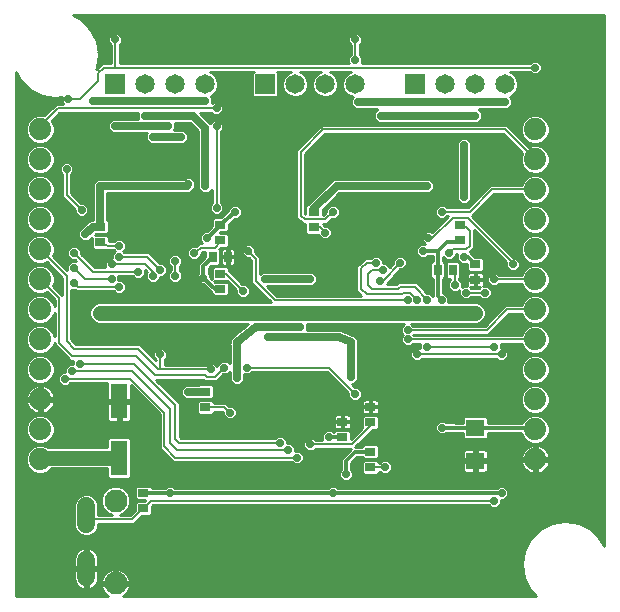
<source format=gbl>
G75*
%MOIN*%
%OFA0B0*%
%FSLAX24Y24*%
%IPPOS*%
%LPD*%
%AMOC8*
5,1,8,0,0,1.08239X$1,22.5*
%
%ADD10R,0.0354X0.0276*%
%ADD11R,0.0650X0.0650*%
%ADD12C,0.0650*%
%ADD13R,0.0276X0.0354*%
%ADD14C,0.0740*%
%ADD15R,0.0551X0.1181*%
%ADD16R,0.0630X0.0551*%
%ADD17C,0.0591*%
%ADD18C,0.0768*%
%ADD19C,0.0100*%
%ADD20OC8,0.0240*%
%ADD21C,0.0080*%
%ADD22OC8,0.0340*%
%ADD23C,0.0500*%
%ADD24C,0.0250*%
%ADD25C,0.0120*%
D10*
X006698Y003369D03*
X006698Y003881D03*
X008760Y006744D03*
X008760Y007256D03*
X009260Y010682D03*
X009260Y011193D03*
X009260Y012307D03*
X009260Y012818D03*
X012385Y012744D03*
X012385Y013256D03*
X017260Y012818D03*
X017260Y012307D03*
X017760Y011506D03*
X017760Y010994D03*
X014260Y006756D03*
X014260Y006244D03*
X013323Y006256D03*
X013323Y005744D03*
X014260Y005256D03*
X014260Y004744D03*
X005260Y012244D03*
X005260Y012756D03*
D11*
X005760Y017500D03*
X010760Y017500D03*
X015760Y017500D03*
D12*
X016760Y017500D03*
X017760Y017500D03*
X018760Y017500D03*
X013760Y017500D03*
X012760Y017500D03*
X011760Y017500D03*
X008760Y017500D03*
X007760Y017500D03*
X006760Y017500D03*
D13*
X009004Y011750D03*
X009516Y011750D03*
X016504Y011313D03*
X017016Y011313D03*
D14*
X019760Y011000D03*
X019760Y012000D03*
X019760Y013000D03*
X019760Y014000D03*
X019760Y015000D03*
X019760Y016000D03*
X019760Y010000D03*
X019760Y009000D03*
X019760Y008000D03*
X019760Y007000D03*
X019760Y006000D03*
X019760Y005000D03*
X003260Y005000D03*
X003260Y006000D03*
X003260Y007000D03*
X003260Y008000D03*
X003260Y009000D03*
X003260Y010000D03*
X003260Y011000D03*
X003260Y012000D03*
X003260Y013000D03*
X003260Y014000D03*
X003260Y015000D03*
X003260Y016000D03*
D15*
X005885Y006945D03*
X005885Y005055D03*
D16*
X017760Y004949D03*
X017760Y006051D03*
D17*
X004790Y003431D02*
X004790Y002841D01*
X004790Y001659D02*
X004790Y001069D01*
D18*
X005771Y000870D03*
X005771Y003630D03*
D19*
X002460Y000450D02*
X002460Y017897D01*
X002587Y017648D01*
X002908Y017327D01*
X002908Y017327D01*
X003312Y017121D01*
X003312Y017121D01*
X003760Y017050D01*
X003760Y017050D01*
X003968Y017083D01*
X003968Y016905D01*
X004023Y016850D01*
X003773Y016850D01*
X003685Y016762D01*
X003389Y016466D01*
X003356Y016480D01*
X003165Y016480D01*
X002988Y016407D01*
X002853Y016272D01*
X002780Y016095D01*
X002780Y015905D01*
X002853Y015728D01*
X002988Y015593D01*
X003165Y015520D01*
X003356Y015520D01*
X003532Y015593D01*
X003667Y015728D01*
X003740Y015905D01*
X003740Y016095D01*
X003667Y016272D01*
X003643Y016296D01*
X003897Y016550D01*
X006528Y016550D01*
X006525Y016547D01*
X006525Y016360D01*
X005663Y016360D01*
X005525Y016222D01*
X005525Y016028D01*
X005663Y015890D01*
X006818Y015890D01*
X006775Y015847D01*
X006775Y015653D01*
X006913Y015515D01*
X008058Y015515D01*
X008195Y015653D01*
X008195Y015847D01*
X008058Y015985D01*
X007703Y015985D01*
X007745Y016028D01*
X007745Y016215D01*
X008263Y016215D01*
X008525Y015953D01*
X008525Y014003D01*
X008663Y013865D01*
X008858Y013865D01*
X008985Y013993D01*
X008985Y013550D01*
X008905Y013470D01*
X008905Y013280D01*
X009040Y013145D01*
X009231Y013145D01*
X009365Y013280D01*
X009365Y013470D01*
X009285Y013550D01*
X009285Y015925D01*
X009365Y016005D01*
X009365Y016195D01*
X009231Y016330D01*
X009040Y016330D01*
X008926Y016216D01*
X008858Y016285D01*
X008593Y016550D01*
X008960Y016550D01*
X009040Y016470D01*
X009231Y016470D01*
X009365Y016605D01*
X009365Y016795D01*
X009231Y016930D01*
X009040Y016930D01*
X008995Y016885D01*
X008995Y017047D01*
X008939Y017103D01*
X009007Y017131D01*
X009129Y017254D01*
X009195Y017414D01*
X009195Y017586D01*
X010326Y017586D01*
X010326Y017488D02*
X009195Y017488D01*
X009195Y017586D02*
X009129Y017746D01*
X009007Y017869D01*
X008901Y017913D01*
X010368Y017913D01*
X010326Y017870D01*
X010326Y017130D01*
X010390Y017065D01*
X011131Y017065D01*
X011195Y017130D01*
X011195Y017870D01*
X011153Y017913D01*
X011620Y017913D01*
X011514Y017869D01*
X011392Y017746D01*
X011326Y017586D01*
X011195Y017586D01*
X011195Y017488D02*
X011326Y017488D01*
X011326Y017414D02*
X011326Y017586D01*
X011366Y017685D02*
X011195Y017685D01*
X011195Y017783D02*
X011428Y017783D01*
X011545Y017882D02*
X011184Y017882D01*
X011326Y017414D02*
X011392Y017254D01*
X011514Y017131D01*
X011674Y017065D01*
X011847Y017065D01*
X012007Y017131D01*
X012129Y017254D01*
X012195Y017414D01*
X012195Y017586D01*
X012326Y017586D01*
X012326Y017414D01*
X012392Y017254D01*
X012514Y017131D01*
X012674Y017065D01*
X012847Y017065D01*
X013007Y017131D01*
X013129Y017254D01*
X013195Y017414D01*
X013195Y017586D01*
X013326Y017586D01*
X013326Y017414D01*
X013392Y017254D01*
X013514Y017131D01*
X013674Y017065D01*
X013693Y017065D01*
X013625Y016997D01*
X013625Y016803D01*
X013763Y016665D01*
X014493Y016665D01*
X014375Y016547D01*
X014375Y016353D01*
X014513Y016215D01*
X017858Y016215D01*
X017995Y016353D01*
X017995Y016547D01*
X017878Y016665D01*
X018858Y016665D01*
X018995Y016803D01*
X018995Y016997D01*
X018904Y017089D01*
X019007Y017131D01*
X019129Y017254D01*
X019195Y017414D01*
X019195Y017586D01*
X022060Y017586D01*
X022060Y017488D02*
X019195Y017488D01*
X019195Y017586D02*
X019129Y017746D01*
X019007Y017869D01*
X018901Y017913D01*
X019585Y017913D01*
X019665Y017833D01*
X019856Y017833D01*
X019990Y017967D01*
X019990Y018158D01*
X019856Y018292D01*
X019665Y018292D01*
X019585Y018212D01*
X013986Y018212D01*
X013990Y018217D01*
X013990Y018408D01*
X013910Y018488D01*
X013910Y018825D01*
X013990Y018905D01*
X013990Y019095D01*
X013856Y019230D01*
X013665Y019230D01*
X013530Y019095D01*
X013530Y018905D01*
X013610Y018825D01*
X013610Y018488D01*
X013530Y018408D01*
X013530Y018217D01*
X013535Y018212D01*
X005910Y018212D01*
X005910Y018825D01*
X005990Y018905D01*
X005990Y019095D01*
X005856Y019230D01*
X005665Y019230D01*
X005530Y019095D01*
X005530Y018905D01*
X005610Y018825D01*
X005610Y018212D01*
X005323Y018212D01*
X005136Y018025D01*
X005115Y018004D01*
X005139Y018052D01*
X005210Y018500D01*
X005139Y018948D01*
X004933Y019352D01*
X004933Y019352D01*
X004613Y019673D01*
X004613Y019673D01*
X004364Y019800D01*
X022060Y019800D01*
X022060Y002103D01*
X021933Y002352D01*
X021613Y002673D01*
X021613Y002673D01*
X021208Y002879D01*
X020760Y002950D01*
X020312Y002879D01*
X019908Y002673D01*
X019587Y002352D01*
X019381Y001948D01*
X019310Y001500D01*
X019381Y001052D01*
X019587Y000648D01*
X019785Y000450D01*
X006033Y000450D01*
X006092Y000493D01*
X006147Y000548D01*
X006193Y000611D01*
X006228Y000681D01*
X006252Y000754D01*
X006263Y000820D01*
X005821Y000820D01*
X005821Y000920D01*
X006263Y000920D01*
X006252Y000986D01*
X006228Y001060D01*
X006193Y001129D01*
X006147Y001192D01*
X006092Y001247D01*
X006030Y001292D01*
X005960Y001328D01*
X005886Y001352D01*
X005821Y001362D01*
X005821Y000920D01*
X005721Y000920D01*
X005721Y001362D01*
X005655Y001352D01*
X005581Y001328D01*
X005512Y001292D01*
X005449Y001247D01*
X005394Y001192D01*
X005348Y001129D01*
X005313Y001060D01*
X005289Y000986D01*
X005279Y000920D01*
X005721Y000920D01*
X005721Y000820D01*
X005279Y000820D01*
X005289Y000754D01*
X005313Y000681D01*
X005348Y000611D01*
X005394Y000548D01*
X005449Y000493D01*
X005509Y000450D01*
X002460Y000450D01*
X002460Y000546D02*
X005397Y000546D01*
X005332Y000644D02*
X002460Y000644D01*
X002460Y000743D02*
X004549Y000743D01*
X004532Y000754D02*
X004598Y000710D01*
X004672Y000679D01*
X004742Y000665D01*
X004742Y001316D01*
X004385Y001316D01*
X004385Y001029D01*
X004401Y000951D01*
X004431Y000877D01*
X004476Y000811D01*
X004532Y000754D01*
X004455Y000841D02*
X002460Y000841D01*
X002460Y000940D02*
X004405Y000940D01*
X004385Y001038D02*
X002460Y001038D01*
X002460Y001137D02*
X004385Y001137D01*
X004385Y001235D02*
X002460Y001235D01*
X002460Y001334D02*
X004742Y001334D01*
X004742Y001316D02*
X004742Y001413D01*
X004742Y002063D01*
X004672Y002049D01*
X004598Y002019D01*
X004532Y001974D01*
X004476Y001918D01*
X004431Y001851D01*
X004401Y001778D01*
X004385Y001699D01*
X004385Y001413D01*
X004742Y001413D01*
X004839Y001413D01*
X004839Y002063D01*
X004909Y002049D01*
X004982Y002019D01*
X005049Y001974D01*
X005105Y001918D01*
X005150Y001851D01*
X005180Y001778D01*
X005196Y001699D01*
X005196Y001413D01*
X004839Y001413D01*
X004839Y001316D01*
X005196Y001316D01*
X005196Y001029D01*
X005180Y000951D01*
X005150Y000877D01*
X005105Y000811D01*
X005049Y000754D01*
X004982Y000710D01*
X004909Y000679D01*
X004839Y000665D01*
X004839Y001316D01*
X004742Y001316D01*
X004742Y001235D02*
X004839Y001235D01*
X004839Y001137D02*
X004742Y001137D01*
X004742Y001038D02*
X004839Y001038D01*
X004839Y000940D02*
X004742Y000940D01*
X004742Y000841D02*
X004839Y000841D01*
X004839Y000743D02*
X004742Y000743D01*
X005031Y000743D02*
X005293Y000743D01*
X005125Y000841D02*
X005721Y000841D01*
X005721Y000940D02*
X005821Y000940D01*
X005821Y001038D02*
X005721Y001038D01*
X005721Y001137D02*
X005821Y001137D01*
X005821Y001235D02*
X005721Y001235D01*
X005721Y001334D02*
X005821Y001334D01*
X005943Y001334D02*
X019337Y001334D01*
X019321Y001432D02*
X005196Y001432D01*
X005196Y001531D02*
X019315Y001531D01*
X019310Y001500D02*
X019310Y001500D01*
X019331Y001629D02*
X005196Y001629D01*
X005190Y001728D02*
X019346Y001728D01*
X019362Y001826D02*
X005160Y001826D01*
X005098Y001925D02*
X019378Y001925D01*
X019381Y001948D02*
X019381Y001948D01*
X019420Y002023D02*
X004972Y002023D01*
X004839Y002023D02*
X004742Y002023D01*
X004742Y001925D02*
X004839Y001925D01*
X004839Y001826D02*
X004742Y001826D01*
X004742Y001728D02*
X004839Y001728D01*
X004839Y001629D02*
X004742Y001629D01*
X004742Y001531D02*
X004839Y001531D01*
X004839Y001432D02*
X004742Y001432D01*
X004839Y001334D02*
X005599Y001334D01*
X005437Y001235D02*
X005196Y001235D01*
X005196Y001137D02*
X005354Y001137D01*
X005306Y001038D02*
X005196Y001038D01*
X005175Y000940D02*
X005282Y000940D01*
X005821Y000841D02*
X019489Y000841D01*
X019539Y000743D02*
X006248Y000743D01*
X006210Y000644D02*
X019591Y000644D01*
X019587Y000648D02*
X019587Y000648D01*
X019689Y000546D02*
X006145Y000546D01*
X006260Y000940D02*
X019439Y000940D01*
X019388Y001038D02*
X006235Y001038D01*
X006188Y001137D02*
X019368Y001137D01*
X019381Y001052D02*
X019381Y001052D01*
X019352Y001235D02*
X006104Y001235D01*
X005020Y002497D02*
X004871Y002435D01*
X004710Y002435D01*
X004561Y002497D01*
X004447Y002611D01*
X004385Y002760D01*
X004385Y003512D01*
X004447Y003661D01*
X004561Y003775D01*
X004710Y003836D01*
X004871Y003836D01*
X005020Y003775D01*
X005134Y003661D01*
X005196Y003512D01*
X005196Y003150D01*
X005639Y003150D01*
X005491Y003211D01*
X005352Y003350D01*
X005277Y003532D01*
X005277Y003728D01*
X005352Y003910D01*
X005491Y004049D01*
X005672Y004124D01*
X005869Y004124D01*
X006050Y004049D01*
X006189Y003910D01*
X006265Y003728D01*
X006265Y003532D01*
X006189Y003350D01*
X006050Y003211D01*
X005903Y003150D01*
X006261Y003150D01*
X006309Y003198D01*
X006397Y003286D01*
X006402Y003286D01*
X006411Y003294D01*
X006411Y003552D01*
X006475Y003617D01*
X006734Y003617D01*
X006750Y003633D01*
X006475Y003633D01*
X006411Y003698D01*
X006411Y004064D01*
X006475Y004129D01*
X006921Y004129D01*
X006985Y004064D01*
X006985Y004051D01*
X007423Y004051D01*
X007478Y004105D01*
X007668Y004105D01*
X007728Y004045D01*
X012855Y004045D01*
X012915Y004105D01*
X013106Y004105D01*
X013166Y004045D01*
X018480Y004045D01*
X018540Y004105D01*
X018731Y004105D01*
X018865Y003970D01*
X018865Y003780D01*
X018731Y003645D01*
X018615Y003645D01*
X018615Y003530D01*
X018481Y003395D01*
X018290Y003395D01*
X018210Y003475D01*
X007016Y003475D01*
X006985Y003444D01*
X006985Y003186D01*
X006921Y003121D01*
X006662Y003121D01*
X006527Y002986D01*
X006521Y002986D01*
X006385Y002850D01*
X005196Y002850D01*
X005196Y002760D01*
X005134Y002611D01*
X005020Y002497D01*
X005038Y002516D02*
X019750Y002516D01*
X019652Y002417D02*
X002460Y002417D01*
X002460Y002319D02*
X019570Y002319D01*
X019587Y002352D02*
X019587Y002352D01*
X019520Y002220D02*
X002460Y002220D01*
X002460Y002122D02*
X019470Y002122D01*
X019849Y002614D02*
X005135Y002614D01*
X005176Y002713D02*
X019985Y002713D01*
X019908Y002673D02*
X019908Y002673D01*
X020179Y002811D02*
X005196Y002811D01*
X005196Y003205D02*
X005506Y003205D01*
X005399Y003304D02*
X005196Y003304D01*
X005196Y003402D02*
X005331Y003402D01*
X005290Y003501D02*
X005196Y003501D01*
X005159Y003599D02*
X005277Y003599D01*
X005277Y003698D02*
X005097Y003698D01*
X004968Y003796D02*
X005305Y003796D01*
X005346Y003895D02*
X002460Y003895D01*
X002460Y003993D02*
X005435Y003993D01*
X005595Y004092D02*
X002460Y004092D01*
X002460Y004190D02*
X022060Y004190D01*
X022060Y004092D02*
X018744Y004092D01*
X018843Y003993D02*
X022060Y003993D01*
X022060Y003895D02*
X018865Y003895D01*
X018865Y003796D02*
X022060Y003796D01*
X022060Y003698D02*
X018783Y003698D01*
X018615Y003599D02*
X022060Y003599D01*
X022060Y003501D02*
X018586Y003501D01*
X018488Y003402D02*
X022060Y003402D01*
X022060Y003304D02*
X006985Y003304D01*
X006985Y003402D02*
X018283Y003402D01*
X018527Y004092D02*
X013119Y004092D01*
X012902Y004092D02*
X007682Y004092D01*
X007464Y004092D02*
X006958Y004092D01*
X006438Y004092D02*
X005947Y004092D01*
X006106Y003993D02*
X006411Y003993D01*
X006411Y003895D02*
X006196Y003895D01*
X006236Y003796D02*
X006411Y003796D01*
X006411Y003698D02*
X006265Y003698D01*
X006265Y003599D02*
X006457Y003599D01*
X006411Y003501D02*
X006252Y003501D01*
X006211Y003402D02*
X006411Y003402D01*
X006411Y003304D02*
X006143Y003304D01*
X006035Y003205D02*
X006316Y003205D01*
X006549Y003008D02*
X022060Y003008D01*
X022060Y002910D02*
X021016Y002910D01*
X021208Y002879D02*
X021208Y002879D01*
X021342Y002811D02*
X022060Y002811D01*
X022060Y002713D02*
X021535Y002713D01*
X021672Y002614D02*
X022060Y002614D01*
X022060Y002516D02*
X021770Y002516D01*
X021869Y002417D02*
X022060Y002417D01*
X022060Y002319D02*
X021951Y002319D01*
X021933Y002352D02*
X021933Y002352D01*
X021933Y002352D01*
X022001Y002220D02*
X022060Y002220D01*
X022051Y002122D02*
X022060Y002122D01*
X022060Y003107D02*
X006647Y003107D01*
X006444Y002910D02*
X020505Y002910D01*
X022060Y003205D02*
X006985Y003205D01*
X006207Y004355D02*
X006271Y004419D01*
X006271Y005691D01*
X006207Y005756D01*
X005564Y005756D01*
X005500Y005691D01*
X005500Y005422D01*
X004768Y005422D01*
X004768Y005423D01*
X004697Y005422D01*
X004626Y005422D01*
X004625Y005422D01*
X003510Y005416D01*
X003356Y005480D01*
X003165Y005480D01*
X002988Y005407D01*
X002853Y005272D01*
X002780Y005095D01*
X002780Y004905D01*
X002853Y004728D01*
X002988Y004593D01*
X003165Y004520D01*
X003356Y004520D01*
X003532Y004593D01*
X003636Y004697D01*
X004699Y004703D01*
X005500Y004703D01*
X005500Y004419D01*
X005564Y004355D01*
X006207Y004355D01*
X006239Y004387D02*
X013236Y004387D01*
X013218Y004405D02*
X013218Y004595D01*
X013278Y004655D01*
X013278Y005008D01*
X013590Y005320D01*
X013620Y005350D01*
X012436Y005350D01*
X012356Y005270D01*
X012165Y005270D01*
X012030Y005405D01*
X012030Y005595D01*
X012165Y005730D01*
X012356Y005730D01*
X012436Y005650D01*
X012660Y005650D01*
X012655Y005655D01*
X012655Y005845D01*
X012790Y005980D01*
X012981Y005980D01*
X013036Y005925D01*
X013036Y005927D01*
X013100Y005992D01*
X013546Y005992D01*
X013610Y005927D01*
X013610Y005687D01*
X013979Y006055D01*
X013973Y006061D01*
X013973Y006427D01*
X014038Y006492D01*
X014483Y006492D01*
X014548Y006427D01*
X014548Y006061D01*
X014483Y005996D01*
X014344Y005996D01*
X013785Y005438D01*
X013767Y005420D01*
X013973Y005420D01*
X013973Y005439D01*
X014038Y005504D01*
X014483Y005504D01*
X014548Y005439D01*
X014548Y005073D01*
X014483Y005008D01*
X014038Y005008D01*
X013973Y005073D01*
X013973Y005080D01*
X013831Y005080D01*
X013618Y004867D01*
X013618Y004655D01*
X013678Y004595D01*
X013678Y004405D01*
X013543Y004270D01*
X013353Y004270D01*
X013218Y004405D01*
X013218Y004486D02*
X006271Y004486D01*
X006271Y004584D02*
X013218Y004584D01*
X013278Y004683D02*
X006271Y004683D01*
X006271Y004781D02*
X013278Y004781D01*
X013278Y004880D02*
X011965Y004880D01*
X011918Y004833D02*
X012053Y004967D01*
X012053Y005158D01*
X011918Y005292D01*
X011740Y005292D01*
X011740Y005408D01*
X011606Y005542D01*
X011490Y005542D01*
X011490Y005658D01*
X011356Y005792D01*
X011165Y005792D01*
X011085Y005712D01*
X007947Y005712D01*
X007910Y005750D01*
X007910Y006875D01*
X007122Y007663D01*
X008698Y007663D01*
X008761Y007600D01*
X009135Y007600D01*
X009367Y007833D01*
X009481Y007833D01*
X009575Y007927D01*
X009575Y007603D01*
X009713Y007465D01*
X009908Y007465D01*
X010045Y007603D01*
X010045Y007833D01*
X010231Y007833D01*
X010311Y007913D01*
X012823Y007913D01*
X013530Y007205D01*
X013530Y007092D01*
X013665Y006958D01*
X013856Y006958D01*
X013990Y007092D01*
X013990Y007283D01*
X013856Y007417D01*
X013742Y007417D01*
X013645Y007515D01*
X013708Y007515D01*
X013845Y007653D01*
X013845Y008846D01*
X013864Y008885D01*
X013845Y008939D01*
X013845Y008997D01*
X013815Y009028D01*
X013801Y009069D01*
X013749Y009094D01*
X013708Y009135D01*
X013665Y009135D01*
X013359Y009284D01*
X013318Y009325D01*
X013275Y009325D01*
X013236Y009344D01*
X013181Y009325D01*
X012138Y009325D01*
X012145Y009333D01*
X012145Y009515D01*
X015388Y009515D01*
X015280Y009408D01*
X015280Y009217D01*
X015341Y009156D01*
X015280Y009095D01*
X015280Y008905D01*
X015415Y008770D01*
X015606Y008770D01*
X015686Y008850D01*
X015910Y008850D01*
X015905Y008845D01*
X015905Y008730D01*
X015728Y008730D01*
X015593Y008595D01*
X015593Y008405D01*
X015728Y008270D01*
X015918Y008270D01*
X015998Y008350D01*
X018460Y008350D01*
X018540Y008270D01*
X018731Y008270D01*
X018865Y008405D01*
X018865Y008595D01*
X018731Y008730D01*
X018615Y008730D01*
X018615Y008845D01*
X018611Y008850D01*
X019303Y008850D01*
X019353Y008728D01*
X019488Y008593D01*
X019665Y008520D01*
X019856Y008520D01*
X020032Y008593D01*
X020167Y008728D01*
X020240Y008905D01*
X020240Y009095D01*
X020167Y009272D01*
X020032Y009407D01*
X019856Y009480D01*
X019665Y009480D01*
X019488Y009407D01*
X019353Y009272D01*
X019303Y009150D01*
X015686Y009150D01*
X015679Y009156D01*
X015686Y009163D01*
X018197Y009163D01*
X018285Y009250D01*
X018885Y009850D01*
X019303Y009850D01*
X019353Y009728D01*
X019488Y009593D01*
X019665Y009520D01*
X019856Y009520D01*
X020032Y009593D01*
X020167Y009728D01*
X020240Y009905D01*
X020240Y010095D01*
X020167Y010272D01*
X020032Y010407D01*
X019856Y010480D01*
X019665Y010480D01*
X019488Y010407D01*
X019353Y010272D01*
X019303Y010150D01*
X018761Y010150D01*
X018073Y009462D01*
X015686Y009462D01*
X015633Y009515D01*
X017832Y009515D01*
X017964Y009570D01*
X018066Y009671D01*
X018120Y009803D01*
X018120Y009947D01*
X018066Y010079D01*
X017964Y010180D01*
X017832Y010235D01*
X016865Y010235D01*
X016865Y010408D01*
X016731Y010542D01*
X016674Y010542D01*
X016674Y011025D01*
X016688Y011025D01*
X016752Y011090D01*
X016752Y011535D01*
X016688Y011600D01*
X016674Y011600D01*
X016674Y011761D01*
X016790Y011645D01*
X016981Y011645D01*
X017115Y011780D01*
X017115Y011850D01*
X017160Y011850D01*
X017155Y011845D01*
X017155Y011655D01*
X017290Y011520D01*
X017473Y011520D01*
X017473Y011323D01*
X017538Y011258D01*
X017983Y011258D01*
X018048Y011323D01*
X018048Y011689D01*
X017983Y011754D01*
X017753Y011754D01*
X017686Y011820D01*
X017587Y011920D01*
X017580Y011920D01*
X017598Y011938D01*
X017723Y012063D01*
X017723Y012638D01*
X018780Y011580D01*
X018780Y011405D01*
X018915Y011270D01*
X019106Y011270D01*
X019240Y011405D01*
X019240Y011595D01*
X019106Y011730D01*
X019055Y011730D01*
X017660Y013125D01*
X017723Y013188D01*
X018385Y013850D01*
X019303Y013850D01*
X019353Y013728D01*
X019488Y013593D01*
X019665Y013520D01*
X019856Y013520D01*
X020032Y013593D01*
X020167Y013728D01*
X020240Y013905D01*
X020240Y014095D01*
X020167Y014272D01*
X020032Y014407D01*
X019856Y014480D01*
X019665Y014480D01*
X019488Y014407D01*
X019353Y014272D01*
X019303Y014150D01*
X018261Y014150D01*
X017511Y013400D01*
X016811Y013400D01*
X016731Y013480D01*
X016540Y013480D01*
X016405Y013345D01*
X016405Y013155D01*
X016540Y013020D01*
X016731Y013020D01*
X016811Y013100D01*
X016836Y013100D01*
X016317Y012581D01*
X016293Y012605D01*
X016103Y012605D01*
X015968Y012470D01*
X015968Y012280D01*
X016080Y012167D01*
X015915Y012167D01*
X015780Y012033D01*
X015780Y011842D01*
X015915Y011708D01*
X016106Y011708D01*
X016166Y011768D01*
X016334Y011768D01*
X016334Y011600D01*
X016321Y011600D01*
X016257Y011535D01*
X016257Y011090D01*
X016321Y011025D01*
X016334Y011025D01*
X016334Y010439D01*
X016231Y010542D01*
X016136Y010542D01*
X015910Y010805D01*
X015910Y010812D01*
X015870Y010852D01*
X015834Y010895D01*
X015827Y010895D01*
X015822Y010900D01*
X015766Y010900D01*
X015710Y010904D01*
X015705Y010900D01*
X015198Y010900D01*
X015136Y010837D01*
X014810Y010837D01*
X014848Y010875D01*
X014848Y010880D01*
X015255Y011333D01*
X015356Y011333D01*
X015490Y011467D01*
X015490Y011658D01*
X015356Y011792D01*
X015165Y011792D01*
X015030Y011658D01*
X015030Y011531D01*
X014923Y011412D01*
X014793Y011542D01*
X014678Y011542D01*
X014678Y011658D01*
X014543Y011792D01*
X014353Y011792D01*
X014273Y011712D01*
X014073Y011712D01*
X013886Y011525D01*
X013798Y011437D01*
X013798Y010625D01*
X013961Y010462D01*
X011135Y010462D01*
X010832Y010765D01*
X012358Y010765D01*
X012495Y010903D01*
X012495Y011097D01*
X012358Y011235D01*
X010663Y011235D01*
X010598Y011170D01*
X010598Y011750D01*
X010428Y011920D01*
X010428Y012033D01*
X010293Y012167D01*
X010103Y012167D01*
X009968Y012033D01*
X009968Y011842D01*
X010103Y011708D01*
X010216Y011708D01*
X010298Y011625D01*
X010298Y010875D01*
X010938Y010235D01*
X005189Y010235D01*
X005056Y010180D01*
X004955Y010079D01*
X004900Y009947D01*
X004900Y009803D01*
X004955Y009671D01*
X005056Y009570D01*
X005189Y009515D01*
X010185Y009515D01*
X009726Y009135D01*
X009713Y009135D01*
X009652Y009074D01*
X009585Y009019D01*
X009584Y009006D01*
X009575Y008997D01*
X009575Y008911D01*
X009567Y008825D01*
X009575Y008815D01*
X009575Y008198D01*
X009481Y008292D01*
X009290Y008292D01*
X009155Y008158D01*
X009155Y008118D01*
X009043Y008230D01*
X008853Y008230D01*
X008773Y008150D01*
X007410Y008150D01*
X007410Y008325D01*
X007490Y008405D01*
X007490Y008595D01*
X007356Y008730D01*
X007165Y008730D01*
X007030Y008595D01*
X007030Y008405D01*
X007110Y008325D01*
X007110Y008300D01*
X006572Y008837D01*
X004447Y008837D01*
X004285Y009000D01*
X004285Y010650D01*
X004290Y010645D01*
X004403Y010645D01*
X004448Y010600D01*
X005710Y010600D01*
X005790Y010520D01*
X005981Y010520D01*
X006115Y010655D01*
X006115Y010845D01*
X005981Y010980D01*
X005865Y010980D01*
X005865Y011095D01*
X005861Y011100D01*
X006335Y011100D01*
X006415Y011020D01*
X006606Y011020D01*
X006740Y011155D01*
X006740Y011308D01*
X006804Y011244D01*
X006780Y011220D01*
X006780Y011030D01*
X006915Y010895D01*
X007106Y010895D01*
X007240Y011030D01*
X007240Y011083D01*
X007356Y011083D01*
X007490Y011217D01*
X007490Y011408D01*
X007356Y011542D01*
X007242Y011542D01*
X006885Y011900D01*
X006061Y011900D01*
X006023Y011937D01*
X006115Y012030D01*
X006115Y012220D01*
X005981Y012355D01*
X005790Y012355D01*
X005710Y012275D01*
X005548Y012275D01*
X005548Y012427D01*
X005483Y012492D01*
X005085Y012492D01*
X005101Y012508D01*
X005483Y012508D01*
X005548Y012573D01*
X005548Y012939D01*
X005495Y012991D01*
X005495Y013890D01*
X008233Y013890D01*
X008370Y014028D01*
X008433Y014090D01*
X008433Y014285D01*
X008295Y014422D01*
X008101Y014422D01*
X008038Y014360D01*
X005163Y014360D01*
X005025Y014222D01*
X005025Y012991D01*
X004919Y012991D01*
X004525Y012597D01*
X004525Y012403D01*
X004663Y012265D01*
X004858Y012265D01*
X004973Y012380D01*
X004973Y012061D01*
X005038Y011996D01*
X005421Y011996D01*
X005442Y011975D01*
X005470Y011975D01*
X005495Y011963D01*
X005530Y011975D01*
X005710Y011975D01*
X005748Y011937D01*
X005655Y011845D01*
X005655Y011730D01*
X005540Y011730D01*
X005405Y011595D01*
X005405Y011405D01*
X005410Y011400D01*
X005072Y011400D01*
X004615Y011857D01*
X004615Y011970D01*
X004481Y012105D01*
X004290Y012105D01*
X004155Y011970D01*
X004155Y011780D01*
X004290Y011645D01*
X004403Y011645D01*
X004443Y011605D01*
X004290Y011605D01*
X004155Y011470D01*
X004155Y011317D01*
X003690Y011783D01*
X003740Y011905D01*
X003740Y012095D01*
X003667Y012272D01*
X003532Y012407D01*
X003356Y012480D01*
X003165Y012480D01*
X002988Y012407D01*
X002853Y012272D01*
X002780Y012095D01*
X002780Y011905D01*
X002853Y011728D01*
X002988Y011593D01*
X003165Y011520D01*
X003356Y011520D01*
X003478Y011570D01*
X003985Y011063D01*
X003985Y010487D01*
X003947Y010525D01*
X003690Y010783D01*
X003740Y010905D01*
X003740Y011095D01*
X003667Y011272D01*
X003532Y011407D01*
X003356Y011480D01*
X003165Y011480D01*
X002988Y011407D01*
X002853Y011272D01*
X002780Y011095D01*
X002780Y010905D01*
X002853Y010728D01*
X002988Y010593D01*
X003165Y010520D01*
X003356Y010520D01*
X003478Y010570D01*
X003735Y010313D01*
X003735Y010108D01*
X003667Y010272D01*
X003532Y010407D01*
X003356Y010480D01*
X003165Y010480D01*
X002988Y010407D01*
X002853Y010272D01*
X002780Y010095D01*
X002780Y009905D01*
X002853Y009728D01*
X002988Y009593D01*
X003165Y009520D01*
X003356Y009520D01*
X003532Y009593D01*
X003667Y009728D01*
X003735Y009892D01*
X003735Y009108D01*
X003667Y009272D01*
X003532Y009407D01*
X003356Y009480D01*
X003165Y009480D01*
X002988Y009407D01*
X002853Y009272D01*
X002780Y009095D01*
X002780Y008905D01*
X002853Y008728D01*
X002988Y008593D01*
X003165Y008520D01*
X003356Y008520D01*
X003532Y008593D01*
X003667Y008728D01*
X003735Y008892D01*
X003735Y008813D01*
X004173Y008375D01*
X004261Y008288D01*
X004348Y008288D01*
X004343Y008283D01*
X004343Y008167D01*
X004228Y008167D01*
X004093Y008033D01*
X004093Y007917D01*
X003978Y007917D01*
X003843Y007783D01*
X003843Y007592D01*
X003978Y007458D01*
X004168Y007458D01*
X004248Y007538D01*
X005500Y007538D01*
X005500Y006995D01*
X005835Y006995D01*
X005835Y006895D01*
X005500Y006895D01*
X005500Y006340D01*
X005507Y006312D01*
X005522Y006287D01*
X005542Y006266D01*
X005567Y006252D01*
X005595Y006244D01*
X005835Y006244D01*
X005835Y006895D01*
X005935Y006895D01*
X005935Y006244D01*
X006175Y006244D01*
X006203Y006252D01*
X006228Y006266D01*
X006249Y006287D01*
X006263Y006312D01*
X006271Y006340D01*
X006271Y006895D01*
X005935Y006895D01*
X005935Y006995D01*
X006271Y006995D01*
X006271Y007465D01*
X007235Y006500D01*
X007235Y005375D01*
X007323Y005288D01*
X007698Y004913D01*
X011648Y004913D01*
X011728Y004833D01*
X011918Y004833D01*
X012053Y004978D02*
X013278Y004978D01*
X013346Y005077D02*
X012053Y005077D01*
X012036Y005175D02*
X013445Y005175D01*
X013543Y005274D02*
X012359Y005274D01*
X012162Y005274D02*
X011937Y005274D01*
X012063Y005372D02*
X011740Y005372D01*
X011678Y005471D02*
X012030Y005471D01*
X012030Y005569D02*
X011490Y005569D01*
X011481Y005668D02*
X012103Y005668D01*
X012418Y005668D02*
X012655Y005668D01*
X012655Y005766D02*
X011382Y005766D01*
X011139Y005766D02*
X007910Y005766D01*
X007910Y005865D02*
X012675Y005865D01*
X012773Y005963D02*
X007910Y005963D01*
X007910Y006062D02*
X013051Y006062D01*
X013058Y006051D02*
X013078Y006030D01*
X013103Y006016D01*
X013131Y006008D01*
X013304Y006008D01*
X013304Y006237D01*
X013342Y006237D01*
X013342Y006275D01*
X013610Y006275D01*
X013610Y006408D01*
X013603Y006436D01*
X013588Y006461D01*
X013568Y006482D01*
X013542Y006496D01*
X013515Y006504D01*
X013342Y006504D01*
X013342Y006275D01*
X013304Y006275D01*
X013304Y006504D01*
X013131Y006504D01*
X013103Y006496D01*
X013078Y006482D01*
X013058Y006461D01*
X013043Y006436D01*
X013036Y006408D01*
X013036Y006275D01*
X013304Y006275D01*
X013304Y006237D01*
X013036Y006237D01*
X013036Y006104D01*
X013043Y006076D01*
X013058Y006051D01*
X013071Y005963D02*
X012998Y005963D01*
X013036Y006160D02*
X007910Y006160D01*
X007910Y006259D02*
X013304Y006259D01*
X013342Y006259D02*
X013973Y006259D01*
X013973Y006357D02*
X013610Y006357D01*
X013591Y006456D02*
X014001Y006456D01*
X014041Y006516D02*
X014069Y006508D01*
X014241Y006508D01*
X014241Y006737D01*
X013973Y006737D01*
X013973Y006604D01*
X013981Y006576D01*
X013995Y006551D01*
X014016Y006530D01*
X014041Y006516D01*
X013993Y006554D02*
X009803Y006554D01*
X009803Y006467D02*
X009803Y006658D01*
X009668Y006792D01*
X009555Y006792D01*
X009453Y006894D01*
X009048Y006894D01*
X009048Y006927D01*
X008983Y006992D01*
X008538Y006992D01*
X008473Y006927D01*
X008473Y006561D01*
X008538Y006496D01*
X008983Y006496D01*
X009048Y006561D01*
X009048Y006594D01*
X009329Y006594D01*
X009343Y006580D01*
X009343Y006467D01*
X009478Y006333D01*
X009668Y006333D01*
X009803Y006467D01*
X009791Y006456D02*
X013054Y006456D01*
X013036Y006357D02*
X009693Y006357D01*
X009453Y006357D02*
X007910Y006357D01*
X007910Y006456D02*
X009355Y006456D01*
X009343Y006554D02*
X009041Y006554D01*
X009027Y006948D02*
X013988Y006948D01*
X013981Y006936D02*
X013973Y006908D01*
X013973Y006775D01*
X014241Y006775D01*
X014241Y006737D01*
X014279Y006737D01*
X014279Y006508D01*
X014452Y006508D01*
X014480Y006516D01*
X014505Y006530D01*
X014526Y006551D01*
X014540Y006576D01*
X014548Y006604D01*
X014548Y006737D01*
X014279Y006737D01*
X014279Y006775D01*
X014241Y006775D01*
X014241Y007004D01*
X014069Y007004D01*
X014041Y006996D01*
X014016Y006982D01*
X013995Y006961D01*
X013981Y006936D01*
X013973Y006850D02*
X009498Y006850D01*
X009710Y006751D02*
X014241Y006751D01*
X014279Y006751D02*
X019344Y006751D01*
X019353Y006728D02*
X019488Y006593D01*
X019665Y006520D01*
X019856Y006520D01*
X020032Y006593D01*
X020167Y006728D01*
X020240Y006905D01*
X020240Y007095D01*
X020167Y007272D01*
X020032Y007407D01*
X019856Y007480D01*
X019665Y007480D01*
X019488Y007407D01*
X019353Y007272D01*
X019280Y007095D01*
X019280Y006905D01*
X019353Y006728D01*
X019429Y006653D02*
X014548Y006653D01*
X014528Y006554D02*
X019583Y006554D01*
X019606Y006456D02*
X014519Y006456D01*
X014548Y006357D02*
X017335Y006357D01*
X017335Y006372D02*
X017335Y006225D01*
X016792Y006231D01*
X016731Y006292D01*
X016540Y006292D01*
X016405Y006158D01*
X016405Y005967D01*
X016540Y005833D01*
X016731Y005833D01*
X016789Y005891D01*
X017335Y005885D01*
X017335Y005730D01*
X017400Y005666D01*
X018121Y005666D01*
X018185Y005730D01*
X018185Y005881D01*
X019290Y005881D01*
X019353Y005728D01*
X019488Y005593D01*
X019665Y005520D01*
X019856Y005520D01*
X020032Y005593D01*
X020167Y005728D01*
X020240Y005905D01*
X020240Y006095D01*
X020167Y006272D01*
X020032Y006407D01*
X019856Y006480D01*
X019665Y006480D01*
X019488Y006407D01*
X019353Y006272D01*
X019332Y006221D01*
X018185Y006221D01*
X018185Y006372D01*
X018121Y006437D01*
X017400Y006437D01*
X017335Y006372D01*
X017335Y006259D02*
X016765Y006259D01*
X016506Y006259D02*
X014548Y006259D01*
X014548Y006160D02*
X016408Y006160D01*
X016405Y006062D02*
X014548Y006062D01*
X014311Y005963D02*
X016410Y005963D01*
X016508Y005865D02*
X014212Y005865D01*
X014114Y005766D02*
X017335Y005766D01*
X017335Y005865D02*
X016763Y005865D01*
X017398Y005668D02*
X014015Y005668D01*
X013916Y005569D02*
X019547Y005569D01*
X019576Y005445D02*
X019648Y005468D01*
X019710Y005478D01*
X019710Y005050D01*
X019710Y004950D01*
X019282Y004950D01*
X019292Y004888D01*
X019316Y004816D01*
X019350Y004748D01*
X019394Y004687D01*
X019448Y004634D01*
X019509Y004589D01*
X019576Y004555D01*
X019648Y004532D01*
X019710Y004522D01*
X019710Y004950D01*
X019810Y004950D01*
X019810Y004522D01*
X019873Y004532D01*
X019945Y004555D01*
X020012Y004589D01*
X020073Y004634D01*
X020126Y004687D01*
X020171Y004748D01*
X020205Y004816D01*
X020229Y004888D01*
X020238Y004950D01*
X019810Y004950D01*
X019810Y005050D01*
X019710Y005050D01*
X019282Y005050D01*
X019292Y005112D01*
X019316Y005184D01*
X019350Y005252D01*
X019394Y005313D01*
X019448Y005366D01*
X019509Y005411D01*
X019576Y005445D01*
X019663Y005471D02*
X014516Y005471D01*
X014548Y005372D02*
X019456Y005372D01*
X019366Y005274D02*
X018174Y005274D01*
X018178Y005267D02*
X018163Y005292D01*
X018143Y005312D01*
X018118Y005327D01*
X018090Y005334D01*
X017810Y005334D01*
X017810Y004999D01*
X017710Y004999D01*
X017710Y004899D01*
X017335Y004899D01*
X017335Y004659D01*
X017343Y004631D01*
X017357Y004606D01*
X017378Y004585D01*
X017403Y004571D01*
X017431Y004563D01*
X017710Y004563D01*
X017710Y004899D01*
X017810Y004899D01*
X017810Y004563D01*
X018090Y004563D01*
X018118Y004571D01*
X018143Y004585D01*
X018163Y004606D01*
X018178Y004631D01*
X018185Y004659D01*
X018185Y004899D01*
X017810Y004899D01*
X017810Y004999D01*
X018185Y004999D01*
X018185Y005239D01*
X018178Y005267D01*
X018185Y005175D02*
X019313Y005175D01*
X019286Y005077D02*
X018185Y005077D01*
X018185Y004880D02*
X019295Y004880D01*
X019333Y004781D02*
X018185Y004781D01*
X018185Y004683D02*
X019399Y004683D01*
X019519Y004584D02*
X018141Y004584D01*
X017810Y004584D02*
X017710Y004584D01*
X017710Y004683D02*
X017810Y004683D01*
X017810Y004781D02*
X017710Y004781D01*
X017710Y004880D02*
X017810Y004880D01*
X017810Y004978D02*
X019710Y004978D01*
X019710Y004880D02*
X019810Y004880D01*
X019810Y004978D02*
X022060Y004978D01*
X022060Y004880D02*
X020226Y004880D01*
X020187Y004781D02*
X022060Y004781D01*
X022060Y004683D02*
X020122Y004683D01*
X020001Y004584D02*
X022060Y004584D01*
X022060Y004486D02*
X013678Y004486D01*
X013678Y004584D02*
X013973Y004584D01*
X013973Y004561D02*
X014038Y004496D01*
X014483Y004496D01*
X014548Y004561D01*
X014548Y004594D01*
X014591Y004594D01*
X014665Y004520D01*
X014856Y004520D01*
X014990Y004655D01*
X014990Y004845D01*
X014856Y004980D01*
X014665Y004980D01*
X014579Y004894D01*
X014548Y004894D01*
X014548Y004927D01*
X014483Y004992D01*
X014038Y004992D01*
X013973Y004927D01*
X013973Y004561D01*
X013973Y004683D02*
X013618Y004683D01*
X013618Y004781D02*
X013973Y004781D01*
X013973Y004880D02*
X013630Y004880D01*
X013729Y004978D02*
X014024Y004978D01*
X013973Y005077D02*
X013827Y005077D01*
X013818Y005471D02*
X014004Y005471D01*
X013689Y005766D02*
X013610Y005766D01*
X013610Y005865D02*
X013788Y005865D01*
X013886Y005963D02*
X013574Y005963D01*
X013542Y006016D02*
X013568Y006030D01*
X013588Y006051D01*
X013603Y006076D01*
X013610Y006104D01*
X013610Y006237D01*
X013342Y006237D01*
X013342Y006008D01*
X013515Y006008D01*
X013542Y006016D01*
X013594Y006062D02*
X013973Y006062D01*
X013973Y006160D02*
X013610Y006160D01*
X013342Y006160D02*
X013304Y006160D01*
X013304Y006062D02*
X013342Y006062D01*
X013342Y006357D02*
X013304Y006357D01*
X013304Y006456D02*
X013342Y006456D01*
X013576Y007047D02*
X009021Y007047D01*
X009048Y007073D02*
X009048Y007439D01*
X008983Y007504D01*
X008538Y007504D01*
X008519Y007485D01*
X008101Y007485D01*
X007963Y007347D01*
X007963Y007153D01*
X008101Y007015D01*
X008531Y007015D01*
X008538Y007008D01*
X008983Y007008D01*
X009048Y007073D01*
X009048Y007145D02*
X013530Y007145D01*
X013492Y007244D02*
X009048Y007244D01*
X009048Y007342D02*
X013394Y007342D01*
X013295Y007441D02*
X009046Y007441D01*
X009173Y007638D02*
X009575Y007638D01*
X009575Y007736D02*
X009271Y007736D01*
X009483Y007835D02*
X009575Y007835D01*
X009639Y007539D02*
X007246Y007539D01*
X007344Y007441D02*
X008056Y007441D01*
X007963Y007342D02*
X007443Y007342D01*
X007541Y007244D02*
X007963Y007244D01*
X007970Y007145D02*
X007640Y007145D01*
X007738Y007047D02*
X008069Y007047D01*
X007837Y006948D02*
X008494Y006948D01*
X008473Y006850D02*
X007910Y006850D01*
X007910Y006751D02*
X008473Y006751D01*
X008473Y006653D02*
X007910Y006653D01*
X007910Y006554D02*
X008480Y006554D01*
X008723Y007638D02*
X007147Y007638D01*
X006591Y007145D02*
X006271Y007145D01*
X006271Y007047D02*
X006689Y007047D01*
X006788Y006948D02*
X005935Y006948D01*
X005935Y006850D02*
X005835Y006850D01*
X005835Y006948D02*
X003738Y006948D01*
X003738Y006950D02*
X003310Y006950D01*
X003310Y006522D01*
X003373Y006532D01*
X003445Y006555D01*
X003512Y006589D01*
X003573Y006634D01*
X003626Y006687D01*
X003671Y006748D01*
X003705Y006816D01*
X003729Y006888D01*
X003738Y006950D01*
X003738Y007050D02*
X003729Y007112D01*
X003705Y007184D01*
X003671Y007252D01*
X003626Y007313D01*
X003573Y007366D01*
X003512Y007411D01*
X003445Y007445D01*
X003373Y007468D01*
X003310Y007478D01*
X003310Y007050D01*
X003210Y007050D01*
X003210Y006950D01*
X002782Y006950D01*
X002792Y006888D01*
X002816Y006816D01*
X002850Y006748D01*
X002894Y006687D01*
X002948Y006634D01*
X003009Y006589D01*
X003076Y006555D01*
X003148Y006532D01*
X003210Y006522D01*
X003210Y006950D01*
X003310Y006950D01*
X003310Y007050D01*
X003738Y007050D01*
X003718Y007145D02*
X005500Y007145D01*
X005500Y007047D02*
X003310Y007047D01*
X003310Y007145D02*
X003210Y007145D01*
X003210Y007050D02*
X003210Y007478D01*
X003148Y007468D01*
X003076Y007445D01*
X003009Y007411D01*
X002948Y007366D01*
X002894Y007313D01*
X002850Y007252D01*
X002816Y007184D01*
X002792Y007112D01*
X002782Y007050D01*
X003210Y007050D01*
X003210Y007047D02*
X002460Y007047D01*
X002460Y007145D02*
X002803Y007145D01*
X002846Y007244D02*
X002460Y007244D01*
X002460Y007342D02*
X002924Y007342D01*
X003068Y007441D02*
X002460Y007441D01*
X002460Y007539D02*
X003119Y007539D01*
X003165Y007520D02*
X002988Y007593D01*
X002853Y007728D01*
X002780Y007905D01*
X002780Y008095D01*
X002853Y008272D01*
X002988Y008407D01*
X003165Y008480D01*
X003356Y008480D01*
X003532Y008407D01*
X003667Y008272D01*
X003740Y008095D01*
X003740Y007905D01*
X003667Y007728D01*
X003532Y007593D01*
X003356Y007520D01*
X003165Y007520D01*
X003210Y007441D02*
X003310Y007441D01*
X003310Y007342D02*
X003210Y007342D01*
X003210Y007244D02*
X003310Y007244D01*
X003453Y007441D02*
X005500Y007441D01*
X005500Y007342D02*
X003597Y007342D01*
X003675Y007244D02*
X005500Y007244D01*
X005500Y006850D02*
X003716Y006850D01*
X003672Y006751D02*
X005500Y006751D01*
X005500Y006653D02*
X003592Y006653D01*
X003441Y006554D02*
X005500Y006554D01*
X005500Y006456D02*
X003415Y006456D01*
X003356Y006480D02*
X003532Y006407D01*
X003667Y006272D01*
X003740Y006095D01*
X003740Y005905D01*
X003667Y005728D01*
X003532Y005593D01*
X003356Y005520D01*
X003165Y005520D01*
X002988Y005593D01*
X002853Y005728D01*
X002780Y005905D01*
X002780Y006095D01*
X002853Y006272D01*
X002988Y006407D01*
X003165Y006480D01*
X003356Y006480D01*
X003310Y006554D02*
X003210Y006554D01*
X003210Y006653D02*
X003310Y006653D01*
X003310Y006751D02*
X003210Y006751D01*
X003210Y006850D02*
X003310Y006850D01*
X003310Y006948D02*
X003210Y006948D01*
X002929Y006653D02*
X002460Y006653D01*
X002460Y006751D02*
X002849Y006751D01*
X002805Y006850D02*
X002460Y006850D01*
X002460Y006948D02*
X002783Y006948D01*
X003080Y006554D02*
X002460Y006554D01*
X002460Y006456D02*
X003106Y006456D01*
X002939Y006357D02*
X002460Y006357D01*
X002460Y006259D02*
X002848Y006259D01*
X002807Y006160D02*
X002460Y006160D01*
X002460Y006062D02*
X002780Y006062D01*
X002780Y005963D02*
X002460Y005963D01*
X002460Y005865D02*
X002797Y005865D01*
X002838Y005766D02*
X002460Y005766D01*
X002460Y005668D02*
X002914Y005668D01*
X003047Y005569D02*
X002460Y005569D01*
X002460Y005471D02*
X003142Y005471D01*
X002954Y005372D02*
X002460Y005372D01*
X002460Y005274D02*
X002855Y005274D01*
X002813Y005175D02*
X002460Y005175D01*
X002460Y005077D02*
X002780Y005077D01*
X002780Y004978D02*
X002460Y004978D01*
X002460Y004880D02*
X002791Y004880D01*
X002832Y004781D02*
X002460Y004781D01*
X002460Y004683D02*
X002899Y004683D01*
X003010Y004584D02*
X002460Y004584D01*
X002460Y004486D02*
X005500Y004486D01*
X005500Y004584D02*
X003510Y004584D01*
X003622Y004683D02*
X005500Y004683D01*
X005532Y004387D02*
X002460Y004387D01*
X002460Y004289D02*
X013334Y004289D01*
X013562Y004289D02*
X022060Y004289D01*
X022060Y004387D02*
X013660Y004387D01*
X014548Y004584D02*
X014601Y004584D01*
X014920Y004584D02*
X017380Y004584D01*
X017335Y004683D02*
X014990Y004683D01*
X014990Y004781D02*
X017335Y004781D01*
X017335Y004880D02*
X014956Y004880D01*
X014858Y004978D02*
X017710Y004978D01*
X017710Y004999D02*
X017335Y004999D01*
X017335Y005239D01*
X017343Y005267D01*
X017357Y005292D01*
X017378Y005312D01*
X017403Y005327D01*
X017431Y005334D01*
X017710Y005334D01*
X017710Y004999D01*
X017710Y005077D02*
X017810Y005077D01*
X017810Y005175D02*
X017710Y005175D01*
X017710Y005274D02*
X017810Y005274D01*
X018123Y005668D02*
X019414Y005668D01*
X019338Y005766D02*
X018185Y005766D01*
X018185Y005865D02*
X019297Y005865D01*
X019710Y005471D02*
X019810Y005471D01*
X019810Y005478D02*
X019873Y005468D01*
X019945Y005445D01*
X020012Y005411D01*
X020073Y005366D01*
X020126Y005313D01*
X020171Y005252D01*
X020205Y005184D01*
X020229Y005112D01*
X020238Y005050D01*
X019810Y005050D01*
X019810Y005478D01*
X019858Y005471D02*
X022060Y005471D01*
X022060Y005569D02*
X019974Y005569D01*
X020107Y005668D02*
X022060Y005668D01*
X022060Y005766D02*
X020183Y005766D01*
X020224Y005865D02*
X022060Y005865D01*
X022060Y005963D02*
X020240Y005963D01*
X020240Y006062D02*
X022060Y006062D01*
X022060Y006160D02*
X020214Y006160D01*
X020173Y006259D02*
X022060Y006259D01*
X022060Y006357D02*
X020082Y006357D01*
X019915Y006456D02*
X022060Y006456D01*
X022060Y006554D02*
X019938Y006554D01*
X020092Y006653D02*
X022060Y006653D01*
X022060Y006751D02*
X020177Y006751D01*
X020218Y006850D02*
X022060Y006850D01*
X022060Y006948D02*
X020240Y006948D01*
X020240Y007047D02*
X022060Y007047D01*
X022060Y007145D02*
X020220Y007145D01*
X020179Y007244D02*
X022060Y007244D01*
X022060Y007342D02*
X020097Y007342D01*
X019951Y007441D02*
X022060Y007441D01*
X022060Y007539D02*
X019902Y007539D01*
X019856Y007520D02*
X020032Y007593D01*
X020167Y007728D01*
X020240Y007905D01*
X020240Y008095D01*
X020167Y008272D01*
X020032Y008407D01*
X019856Y008480D01*
X019665Y008480D01*
X019488Y008407D01*
X019353Y008272D01*
X019280Y008095D01*
X019280Y007905D01*
X019353Y007728D01*
X019488Y007593D01*
X019665Y007520D01*
X019856Y007520D01*
X019619Y007539D02*
X013732Y007539D01*
X013719Y007441D02*
X019570Y007441D01*
X019424Y007342D02*
X013931Y007342D01*
X013990Y007244D02*
X019342Y007244D01*
X019301Y007145D02*
X013990Y007145D01*
X013945Y007047D02*
X019280Y007047D01*
X019280Y006948D02*
X014533Y006948D01*
X014540Y006936D02*
X014526Y006961D01*
X014505Y006982D01*
X014480Y006996D01*
X014452Y007004D01*
X014279Y007004D01*
X014279Y006775D01*
X014548Y006775D01*
X014548Y006908D01*
X014540Y006936D01*
X014548Y006850D02*
X019303Y006850D01*
X019439Y006357D02*
X018185Y006357D01*
X018185Y006259D02*
X019348Y006259D01*
X019710Y005372D02*
X019810Y005372D01*
X019810Y005274D02*
X019710Y005274D01*
X019710Y005175D02*
X019810Y005175D01*
X019810Y005077D02*
X019710Y005077D01*
X019710Y004781D02*
X019810Y004781D01*
X019810Y004683D02*
X019710Y004683D01*
X019710Y004584D02*
X019810Y004584D01*
X020234Y005077D02*
X022060Y005077D01*
X022060Y005175D02*
X020208Y005175D01*
X020155Y005274D02*
X022060Y005274D01*
X022060Y005372D02*
X020065Y005372D01*
X020077Y007638D02*
X022060Y007638D01*
X022060Y007736D02*
X020171Y007736D01*
X020211Y007835D02*
X022060Y007835D01*
X022060Y007933D02*
X020240Y007933D01*
X020240Y008032D02*
X022060Y008032D01*
X022060Y008130D02*
X020226Y008130D01*
X020185Y008229D02*
X022060Y008229D01*
X022060Y008327D02*
X020112Y008327D01*
X019987Y008426D02*
X022060Y008426D01*
X022060Y008524D02*
X019866Y008524D01*
X019655Y008524D02*
X018865Y008524D01*
X018865Y008426D02*
X019533Y008426D01*
X019409Y008327D02*
X018788Y008327D01*
X018838Y008623D02*
X019459Y008623D01*
X019361Y008721D02*
X018740Y008721D01*
X018615Y008820D02*
X019316Y008820D01*
X019329Y009214D02*
X018249Y009214D01*
X018347Y009312D02*
X019394Y009312D01*
X019497Y009411D02*
X018446Y009411D01*
X018544Y009509D02*
X022060Y009509D01*
X022060Y009411D02*
X020024Y009411D01*
X020127Y009312D02*
X022060Y009312D01*
X022060Y009214D02*
X020191Y009214D01*
X020232Y009115D02*
X022060Y009115D01*
X022060Y009017D02*
X020240Y009017D01*
X020240Y008918D02*
X022060Y008918D01*
X022060Y008820D02*
X020205Y008820D01*
X020160Y008721D02*
X022060Y008721D01*
X022060Y008623D02*
X020062Y008623D01*
X019335Y008229D02*
X013845Y008229D01*
X013845Y008327D02*
X015671Y008327D01*
X015593Y008426D02*
X013845Y008426D01*
X013845Y008524D02*
X015593Y008524D01*
X015620Y008623D02*
X013845Y008623D01*
X013845Y008721D02*
X015719Y008721D01*
X015655Y008820D02*
X015905Y008820D01*
X015975Y008327D02*
X018483Y008327D01*
X019295Y008130D02*
X013845Y008130D01*
X013845Y008032D02*
X019280Y008032D01*
X019280Y007933D02*
X013845Y007933D01*
X013845Y007835D02*
X019309Y007835D01*
X019350Y007736D02*
X013845Y007736D01*
X013830Y007638D02*
X019444Y007638D01*
X019474Y009608D02*
X018643Y009608D01*
X018741Y009706D02*
X019376Y009706D01*
X019322Y009805D02*
X018840Y009805D01*
X018612Y010002D02*
X018098Y010002D01*
X018120Y009903D02*
X018514Y009903D01*
X018415Y009805D02*
X018120Y009805D01*
X018080Y009706D02*
X018317Y009706D01*
X018218Y009608D02*
X018002Y009608D01*
X018120Y009509D02*
X015639Y009509D01*
X015382Y009509D02*
X012145Y009509D01*
X012145Y009411D02*
X015283Y009411D01*
X015280Y009312D02*
X013331Y009312D01*
X013503Y009214D02*
X015284Y009214D01*
X015300Y009115D02*
X013728Y009115D01*
X013826Y009017D02*
X015280Y009017D01*
X015280Y008918D02*
X013853Y008918D01*
X013845Y008820D02*
X015366Y008820D01*
X016865Y010297D02*
X019379Y010297D01*
X019323Y010199D02*
X017920Y010199D01*
X017978Y010333D02*
X017898Y010413D01*
X017623Y010413D01*
X017543Y010333D01*
X017353Y010333D01*
X017218Y010467D01*
X017218Y010632D01*
X017168Y010583D01*
X016978Y010583D01*
X016843Y010717D01*
X016843Y010908D01*
X016923Y010988D01*
X016923Y011025D01*
X016833Y011025D01*
X016768Y011090D01*
X016768Y011535D01*
X016833Y011600D01*
X017060Y011600D01*
X017075Y011606D01*
X017089Y011600D01*
X017200Y011600D01*
X017264Y011535D01*
X017264Y011090D01*
X017223Y011049D01*
X017223Y010988D01*
X017303Y010908D01*
X017303Y010743D01*
X017353Y010792D01*
X017493Y010792D01*
X017481Y010814D01*
X017473Y010842D01*
X017473Y010975D01*
X017741Y010975D01*
X017741Y011013D01*
X017473Y011013D01*
X017473Y011146D01*
X017481Y011174D01*
X017495Y011199D01*
X017516Y011220D01*
X017541Y011234D01*
X017569Y011242D01*
X017741Y011242D01*
X017741Y011013D01*
X017779Y011013D01*
X017779Y011242D01*
X017952Y011242D01*
X017980Y011234D01*
X018005Y011220D01*
X018026Y011199D01*
X018040Y011174D01*
X018048Y011146D01*
X018048Y011013D01*
X017779Y011013D01*
X017779Y010975D01*
X017779Y010746D01*
X017931Y010746D01*
X017898Y010712D01*
X017623Y010712D01*
X017589Y010746D01*
X017741Y010746D01*
X017741Y010975D01*
X017779Y010975D01*
X018048Y010975D01*
X018048Y010842D01*
X018040Y010814D01*
X018028Y010792D01*
X018168Y010792D01*
X018303Y010658D01*
X018303Y010467D01*
X018168Y010333D01*
X017978Y010333D01*
X017915Y010396D02*
X017606Y010396D01*
X017290Y010396D02*
X016865Y010396D01*
X016779Y010494D02*
X017218Y010494D01*
X017218Y010593D02*
X017178Y010593D01*
X016968Y010593D02*
X016674Y010593D01*
X016674Y010691D02*
X016869Y010691D01*
X016843Y010790D02*
X016674Y010790D01*
X016674Y010888D02*
X016843Y010888D01*
X016922Y010987D02*
X016674Y010987D01*
X016748Y011085D02*
X016773Y011085D01*
X016768Y011184D02*
X016752Y011184D01*
X016752Y011282D02*
X016768Y011282D01*
X016768Y011381D02*
X016752Y011381D01*
X016752Y011479D02*
X016768Y011479D01*
X016811Y011578D02*
X016710Y011578D01*
X016674Y011676D02*
X016759Y011676D01*
X017012Y011676D02*
X017155Y011676D01*
X017155Y011775D02*
X017110Y011775D01*
X017222Y011578D02*
X017233Y011578D01*
X017264Y011479D02*
X017473Y011479D01*
X017473Y011381D02*
X017264Y011381D01*
X017264Y011282D02*
X017514Y011282D01*
X017486Y011184D02*
X017264Y011184D01*
X017259Y011085D02*
X017473Y011085D01*
X017473Y010888D02*
X017303Y010888D01*
X017303Y010790D02*
X017350Y010790D01*
X017224Y010987D02*
X017741Y010987D01*
X017779Y010987D02*
X018155Y010987D01*
X018155Y010905D02*
X018155Y011095D01*
X018290Y011230D01*
X018481Y011230D01*
X018561Y011150D01*
X019303Y011150D01*
X019353Y011272D01*
X019488Y011407D01*
X019665Y011480D01*
X019856Y011480D01*
X020032Y011407D01*
X020167Y011272D01*
X020240Y011095D01*
X020240Y010905D01*
X020167Y010728D01*
X020032Y010593D01*
X019856Y010520D01*
X019665Y010520D01*
X019488Y010593D01*
X019353Y010728D01*
X019303Y010850D01*
X018561Y010850D01*
X018481Y010770D01*
X018290Y010770D01*
X018155Y010905D01*
X018172Y010888D02*
X018048Y010888D01*
X018171Y010790D02*
X018271Y010790D01*
X018270Y010691D02*
X019391Y010691D01*
X019328Y010790D02*
X018500Y010790D01*
X018303Y010593D02*
X019490Y010593D01*
X019477Y010396D02*
X018231Y010396D01*
X018303Y010494D02*
X022060Y010494D01*
X022060Y010396D02*
X020044Y010396D01*
X020142Y010297D02*
X022060Y010297D01*
X022060Y010199D02*
X020198Y010199D01*
X020238Y010100D02*
X022060Y010100D01*
X022060Y010002D02*
X020240Y010002D01*
X020240Y009903D02*
X022060Y009903D01*
X022060Y009805D02*
X020199Y009805D01*
X020145Y009706D02*
X022060Y009706D01*
X022060Y009608D02*
X020047Y009608D01*
X020031Y010593D02*
X022060Y010593D01*
X022060Y010691D02*
X020130Y010691D01*
X020193Y010790D02*
X022060Y010790D01*
X022060Y010888D02*
X020234Y010888D01*
X020240Y010987D02*
X022060Y010987D01*
X022060Y011085D02*
X020240Y011085D01*
X020204Y011184D02*
X022060Y011184D01*
X022060Y011282D02*
X020157Y011282D01*
X020059Y011381D02*
X022060Y011381D01*
X022060Y011479D02*
X019858Y011479D01*
X019856Y011520D02*
X020032Y011593D01*
X020167Y011728D01*
X020240Y011905D01*
X020240Y012095D01*
X020167Y012272D01*
X020032Y012407D01*
X019856Y012480D01*
X019665Y012480D01*
X019488Y012407D01*
X019353Y012272D01*
X019280Y012095D01*
X019280Y011905D01*
X019353Y011728D01*
X019488Y011593D01*
X019665Y011520D01*
X019856Y011520D01*
X019995Y011578D02*
X022060Y011578D01*
X022060Y011676D02*
X020115Y011676D01*
X020187Y011775D02*
X022060Y011775D01*
X022060Y011873D02*
X020227Y011873D01*
X020240Y011972D02*
X022060Y011972D01*
X022060Y012070D02*
X020240Y012070D01*
X020210Y012169D02*
X022060Y012169D01*
X022060Y012267D02*
X020169Y012267D01*
X020074Y012366D02*
X022060Y012366D01*
X022060Y012464D02*
X019894Y012464D01*
X019856Y012520D02*
X020032Y012593D01*
X020167Y012728D01*
X020240Y012905D01*
X020240Y013095D01*
X020167Y013272D01*
X020032Y013407D01*
X019856Y013480D01*
X019665Y013480D01*
X019488Y013407D01*
X019353Y013272D01*
X019280Y013095D01*
X019280Y012905D01*
X019353Y012728D01*
X019488Y012593D01*
X019665Y012520D01*
X019856Y012520D01*
X019959Y012563D02*
X022060Y012563D01*
X022060Y012661D02*
X020100Y012661D01*
X020180Y012760D02*
X022060Y012760D01*
X022060Y012858D02*
X020221Y012858D01*
X020240Y012957D02*
X022060Y012957D01*
X022060Y013055D02*
X020240Y013055D01*
X020216Y013154D02*
X022060Y013154D01*
X022060Y013252D02*
X020176Y013252D01*
X020089Y013351D02*
X022060Y013351D01*
X022060Y013449D02*
X019931Y013449D01*
X019922Y013548D02*
X022060Y013548D01*
X022060Y013646D02*
X020085Y013646D01*
X020174Y013745D02*
X022060Y013745D01*
X022060Y013843D02*
X020215Y013843D01*
X020240Y013942D02*
X022060Y013942D01*
X022060Y014040D02*
X020240Y014040D01*
X020223Y014139D02*
X022060Y014139D01*
X022060Y014237D02*
X020182Y014237D01*
X020104Y014336D02*
X022060Y014336D01*
X022060Y014434D02*
X019967Y014434D01*
X019886Y014533D02*
X022060Y014533D01*
X022060Y014631D02*
X020070Y014631D01*
X020032Y014593D02*
X020167Y014728D01*
X020240Y014905D01*
X020240Y015095D01*
X020167Y015272D01*
X020032Y015407D01*
X019856Y015480D01*
X019665Y015480D01*
X019543Y015430D01*
X018910Y016062D01*
X018822Y016150D01*
X012636Y016150D01*
X011886Y015400D01*
X011798Y015312D01*
X011798Y013063D01*
X011923Y012938D01*
X012011Y012850D01*
X012098Y012850D01*
X012098Y012561D01*
X012163Y012496D01*
X012530Y012496D01*
X012530Y012467D01*
X012665Y012333D01*
X012856Y012333D01*
X012990Y012467D01*
X012990Y012658D01*
X012856Y012792D01*
X012742Y012792D01*
X012685Y012850D01*
X012822Y012850D01*
X012992Y013020D01*
X013106Y013020D01*
X013240Y013155D01*
X013240Y013345D01*
X013106Y013480D01*
X012915Y013480D01*
X012780Y013345D01*
X012780Y013232D01*
X012698Y013150D01*
X012673Y013150D01*
X012673Y013330D01*
X013233Y013890D01*
X016233Y013890D01*
X016370Y014028D01*
X016370Y014222D01*
X016233Y014360D01*
X013038Y014360D01*
X012900Y014222D01*
X012182Y013504D01*
X012163Y013504D01*
X012098Y013439D01*
X012098Y013187D01*
X012098Y015188D01*
X012760Y015850D01*
X018698Y015850D01*
X019331Y015217D01*
X019280Y015095D01*
X019280Y014905D01*
X019353Y014728D01*
X019488Y014593D01*
X019665Y014520D01*
X019856Y014520D01*
X020032Y014593D01*
X020168Y014730D02*
X022060Y014730D01*
X022060Y014828D02*
X020209Y014828D01*
X020240Y014927D02*
X022060Y014927D01*
X022060Y015025D02*
X020240Y015025D01*
X020229Y015124D02*
X022060Y015124D01*
X022060Y015222D02*
X020188Y015222D01*
X020119Y015321D02*
X022060Y015321D01*
X022060Y015419D02*
X020003Y015419D01*
X020032Y015593D02*
X019856Y015520D01*
X019665Y015520D01*
X019488Y015593D01*
X019353Y015728D01*
X019280Y015905D01*
X019280Y016095D01*
X019353Y016272D01*
X019488Y016407D01*
X019665Y016480D01*
X019856Y016480D01*
X020032Y016407D01*
X020167Y016272D01*
X020240Y016095D01*
X020240Y015905D01*
X020167Y015728D01*
X020032Y015593D01*
X020055Y015616D02*
X022060Y015616D01*
X022060Y015518D02*
X019455Y015518D01*
X019465Y015616D02*
X019356Y015616D01*
X019367Y015715D02*
X019258Y015715D01*
X019318Y015813D02*
X019159Y015813D01*
X019061Y015912D02*
X019280Y015912D01*
X019280Y016010D02*
X018962Y016010D01*
X018864Y016109D02*
X019286Y016109D01*
X019327Y016207D02*
X009354Y016207D01*
X009365Y016109D02*
X012594Y016109D01*
X012496Y016010D02*
X009365Y016010D01*
X009285Y015912D02*
X012397Y015912D01*
X012299Y015813D02*
X009285Y015813D01*
X009285Y015715D02*
X012200Y015715D01*
X012102Y015616D02*
X009285Y015616D01*
X009285Y015518D02*
X012003Y015518D01*
X011905Y015419D02*
X009285Y015419D01*
X009285Y015321D02*
X011806Y015321D01*
X011798Y015222D02*
X009285Y015222D01*
X009285Y015124D02*
X011798Y015124D01*
X011798Y015025D02*
X009285Y015025D01*
X009285Y014927D02*
X011798Y014927D01*
X011798Y014828D02*
X009285Y014828D01*
X009285Y014730D02*
X011798Y014730D01*
X011798Y014631D02*
X009285Y014631D01*
X009285Y014533D02*
X011798Y014533D01*
X011798Y014434D02*
X009285Y014434D01*
X009285Y014336D02*
X011798Y014336D01*
X011798Y014237D02*
X009285Y014237D01*
X009285Y014139D02*
X011798Y014139D01*
X011798Y014040D02*
X009285Y014040D01*
X009285Y013942D02*
X011798Y013942D01*
X011798Y013843D02*
X009285Y013843D01*
X009285Y013745D02*
X011798Y013745D01*
X011798Y013646D02*
X009285Y013646D01*
X009288Y013548D02*
X011798Y013548D01*
X011798Y013449D02*
X009887Y013449D01*
X009856Y013480D02*
X009990Y013345D01*
X009990Y013155D01*
X009856Y013020D01*
X009750Y013020D01*
X009548Y012844D01*
X009548Y012635D01*
X009483Y012571D01*
X009259Y012571D01*
X009243Y012554D01*
X009483Y012554D01*
X009548Y012490D01*
X009548Y012123D01*
X009483Y012059D01*
X009281Y012059D01*
X009224Y012001D01*
X009252Y011973D01*
X009252Y011527D01*
X009188Y011463D01*
X008958Y011463D01*
X008868Y011373D01*
X008868Y011218D01*
X008928Y011158D01*
X008928Y011073D01*
X008973Y011028D01*
X008973Y011377D01*
X009038Y011441D01*
X009483Y011441D01*
X009548Y011377D01*
X009548Y011300D01*
X009992Y010855D01*
X010106Y010855D01*
X010240Y010720D01*
X010240Y010530D01*
X010106Y010395D01*
X009915Y010395D01*
X009780Y010530D01*
X009780Y010643D01*
X009478Y010946D01*
X009055Y010946D01*
X009071Y010929D01*
X009483Y010929D01*
X009548Y010865D01*
X009548Y010498D01*
X009483Y010434D01*
X009038Y010434D01*
X008973Y010498D01*
X008973Y010547D01*
X008687Y010833D01*
X008603Y010833D01*
X008468Y010967D01*
X008468Y011158D01*
X008528Y011218D01*
X008528Y011514D01*
X008627Y011613D01*
X008757Y011743D01*
X008757Y011908D01*
X008680Y011907D01*
X008615Y011859D01*
X008615Y011780D01*
X008481Y011645D01*
X008290Y011645D01*
X008155Y011780D01*
X008155Y011970D01*
X008290Y012105D01*
X008443Y012105D01*
X008530Y012170D01*
X008565Y012206D01*
X008579Y012206D01*
X008590Y012214D01*
X008639Y012207D01*
X008665Y012207D01*
X008593Y012280D01*
X008593Y012470D01*
X008728Y012605D01*
X008812Y012605D01*
X008973Y012766D01*
X008973Y013002D01*
X009038Y013066D01*
X009286Y013066D01*
X009530Y013280D01*
X009530Y013345D01*
X009665Y013480D01*
X009856Y013480D01*
X009985Y013351D02*
X011798Y013351D01*
X011798Y013252D02*
X009990Y013252D01*
X009989Y013154D02*
X011798Y013154D01*
X011806Y013055D02*
X009891Y013055D01*
X009677Y012957D02*
X011904Y012957D01*
X012003Y012858D02*
X009564Y012858D01*
X009548Y012760D02*
X012098Y012760D01*
X012098Y012661D02*
X009548Y012661D01*
X009548Y012464D02*
X012534Y012464D01*
X012632Y012366D02*
X009548Y012366D01*
X009548Y012267D02*
X015981Y012267D01*
X015968Y012366D02*
X012889Y012366D01*
X012987Y012464D02*
X015968Y012464D01*
X016060Y012563D02*
X012990Y012563D01*
X012987Y012661D02*
X016397Y012661D01*
X016495Y012760D02*
X012889Y012760D01*
X012831Y012858D02*
X016594Y012858D01*
X016692Y012957D02*
X012929Y012957D01*
X013141Y013055D02*
X016505Y013055D01*
X016407Y013154D02*
X013239Y013154D01*
X013240Y013252D02*
X016405Y013252D01*
X016411Y013351D02*
X013235Y013351D01*
X013137Y013449D02*
X016509Y013449D01*
X016762Y013449D02*
X017560Y013449D01*
X017483Y013515D02*
X017620Y013653D01*
X017620Y015572D01*
X017483Y015710D01*
X017288Y015710D01*
X017150Y015572D01*
X017150Y013653D01*
X017288Y013515D01*
X017483Y013515D01*
X017515Y013548D02*
X017658Y013548D01*
X017614Y013646D02*
X017757Y013646D01*
X017855Y013745D02*
X017620Y013745D01*
X017620Y013843D02*
X017954Y013843D01*
X018052Y013942D02*
X017620Y013942D01*
X017620Y014040D02*
X018151Y014040D01*
X018249Y014139D02*
X017620Y014139D01*
X017620Y014237D02*
X019339Y014237D01*
X019417Y014336D02*
X017620Y014336D01*
X017620Y014434D02*
X019554Y014434D01*
X019635Y014533D02*
X017620Y014533D01*
X017620Y014631D02*
X019450Y014631D01*
X019353Y014730D02*
X017620Y014730D01*
X017620Y014828D02*
X019312Y014828D01*
X019280Y014927D02*
X017620Y014927D01*
X017620Y015025D02*
X019280Y015025D01*
X019292Y015124D02*
X017620Y015124D01*
X017620Y015222D02*
X019326Y015222D01*
X019228Y015321D02*
X017620Y015321D01*
X017620Y015419D02*
X019129Y015419D01*
X019031Y015518D02*
X017620Y015518D01*
X017577Y015616D02*
X018932Y015616D01*
X018834Y015715D02*
X012625Y015715D01*
X012723Y015813D02*
X018735Y015813D01*
X019387Y016306D02*
X017948Y016306D01*
X017995Y016404D02*
X019486Y016404D01*
X018991Y016798D02*
X022060Y016798D01*
X022060Y016700D02*
X018892Y016700D01*
X018995Y016897D02*
X022060Y016897D01*
X022060Y016995D02*
X018995Y016995D01*
X018915Y017094D02*
X022060Y017094D01*
X022060Y017192D02*
X019067Y017192D01*
X019144Y017291D02*
X022060Y017291D01*
X022060Y017389D02*
X019185Y017389D01*
X019155Y017685D02*
X022060Y017685D01*
X022060Y017783D02*
X019092Y017783D01*
X018975Y017882D02*
X019616Y017882D01*
X019905Y017882D02*
X022060Y017882D01*
X022060Y017980D02*
X019990Y017980D01*
X019990Y018079D02*
X022060Y018079D01*
X022060Y018177D02*
X019971Y018177D01*
X019873Y018276D02*
X022060Y018276D01*
X022060Y018374D02*
X013990Y018374D01*
X013990Y018276D02*
X019648Y018276D01*
X020035Y016404D02*
X022060Y016404D01*
X022060Y016306D02*
X020134Y016306D01*
X020194Y016207D02*
X022060Y016207D01*
X022060Y016109D02*
X020235Y016109D01*
X020240Y016010D02*
X022060Y016010D01*
X022060Y015912D02*
X020240Y015912D01*
X020202Y015813D02*
X022060Y015813D01*
X022060Y015715D02*
X020154Y015715D01*
X019306Y013843D02*
X018378Y013843D01*
X018280Y013745D02*
X019347Y013745D01*
X019435Y013646D02*
X018181Y013646D01*
X018083Y013548D02*
X019598Y013548D01*
X019590Y013449D02*
X017984Y013449D01*
X017886Y013351D02*
X019432Y013351D01*
X019345Y013252D02*
X017787Y013252D01*
X017689Y013154D02*
X019304Y013154D01*
X019280Y013055D02*
X017730Y013055D01*
X017828Y012957D02*
X019280Y012957D01*
X019300Y012858D02*
X017927Y012858D01*
X018025Y012760D02*
X019340Y012760D01*
X019421Y012661D02*
X018124Y012661D01*
X018222Y012563D02*
X019562Y012563D01*
X019626Y012464D02*
X018321Y012464D01*
X018419Y012366D02*
X019447Y012366D01*
X019351Y012267D02*
X018518Y012267D01*
X018616Y012169D02*
X019311Y012169D01*
X019280Y012070D02*
X018715Y012070D01*
X018813Y011972D02*
X019280Y011972D01*
X019293Y011873D02*
X018912Y011873D01*
X019010Y011775D02*
X019334Y011775D01*
X019406Y011676D02*
X019160Y011676D01*
X019240Y011578D02*
X019526Y011578D01*
X019663Y011479D02*
X019240Y011479D01*
X019216Y011381D02*
X019462Y011381D01*
X019364Y011282D02*
X019118Y011282D01*
X018903Y011282D02*
X018007Y011282D01*
X018035Y011184D02*
X018244Y011184D01*
X018155Y011085D02*
X018048Y011085D01*
X017779Y011085D02*
X017741Y011085D01*
X017741Y011184D02*
X017779Y011184D01*
X018048Y011381D02*
X018805Y011381D01*
X018780Y011479D02*
X018048Y011479D01*
X018048Y011578D02*
X018780Y011578D01*
X018685Y011676D02*
X018048Y011676D01*
X017732Y011775D02*
X018586Y011775D01*
X018488Y011873D02*
X017634Y011873D01*
X017632Y011972D02*
X018389Y011972D01*
X018291Y012070D02*
X017723Y012070D01*
X017723Y012169D02*
X018192Y012169D01*
X018094Y012267D02*
X017723Y012267D01*
X017723Y012366D02*
X017995Y012366D01*
X017897Y012464D02*
X017723Y012464D01*
X017723Y012563D02*
X017798Y012563D01*
X016791Y013055D02*
X016766Y013055D01*
X017255Y013548D02*
X012890Y013548D01*
X012884Y013449D02*
X012792Y013449D01*
X012786Y013351D02*
X012693Y013351D01*
X012673Y013252D02*
X012780Y013252D01*
X012702Y013154D02*
X012673Y013154D01*
X012989Y013646D02*
X017157Y013646D01*
X017150Y013745D02*
X013087Y013745D01*
X013186Y013843D02*
X017150Y013843D01*
X017150Y013942D02*
X016284Y013942D01*
X016370Y014040D02*
X017150Y014040D01*
X017150Y014139D02*
X016370Y014139D01*
X016356Y014237D02*
X017150Y014237D01*
X017150Y014336D02*
X016257Y014336D01*
X017150Y014434D02*
X012098Y014434D01*
X012098Y014336D02*
X013014Y014336D01*
X012915Y014237D02*
X012098Y014237D01*
X012098Y014139D02*
X012817Y014139D01*
X012718Y014040D02*
X012098Y014040D01*
X012098Y013942D02*
X012620Y013942D01*
X012521Y013843D02*
X012098Y013843D01*
X012098Y013745D02*
X012423Y013745D01*
X012324Y013646D02*
X012098Y013646D01*
X012098Y013548D02*
X012226Y013548D01*
X012108Y013449D02*
X012098Y013449D01*
X012098Y013351D02*
X012098Y013351D01*
X012098Y013252D02*
X012098Y013252D01*
X012098Y013187D02*
X012098Y013187D01*
X012098Y012563D02*
X009251Y012563D01*
X008967Y012760D02*
X005548Y012760D01*
X005548Y012858D02*
X008973Y012858D01*
X008973Y012957D02*
X005530Y012957D01*
X005495Y013055D02*
X009026Y013055D01*
X009032Y013154D02*
X005495Y013154D01*
X005495Y013252D02*
X008933Y013252D01*
X008905Y013351D02*
X005495Y013351D01*
X005495Y013449D02*
X008905Y013449D01*
X008983Y013548D02*
X005495Y013548D01*
X005495Y013646D02*
X008985Y013646D01*
X008985Y013745D02*
X005495Y013745D01*
X005495Y013843D02*
X008985Y013843D01*
X008985Y013942D02*
X008934Y013942D01*
X008586Y013942D02*
X008284Y013942D01*
X008370Y014028D02*
X008370Y014028D01*
X008383Y014040D02*
X008525Y014040D01*
X008525Y014139D02*
X008433Y014139D01*
X008433Y014237D02*
X008525Y014237D01*
X008525Y014336D02*
X008382Y014336D01*
X008525Y014434D02*
X004285Y014434D01*
X004285Y014512D02*
X004365Y014592D01*
X004365Y014783D01*
X004231Y014917D01*
X004040Y014917D01*
X003905Y014783D01*
X003905Y014592D01*
X003985Y014512D01*
X003985Y013750D01*
X004405Y013330D01*
X004405Y013217D01*
X004540Y013083D01*
X004731Y013083D01*
X004865Y013217D01*
X004865Y013408D01*
X004731Y013542D01*
X004617Y013542D01*
X004285Y013875D01*
X004285Y014512D01*
X004306Y014533D02*
X008525Y014533D01*
X008525Y014631D02*
X004365Y014631D01*
X004365Y014730D02*
X008525Y014730D01*
X008525Y014828D02*
X004320Y014828D01*
X003951Y014828D02*
X003709Y014828D01*
X003740Y014905D02*
X003667Y014728D01*
X003532Y014593D01*
X003356Y014520D01*
X003165Y014520D01*
X002988Y014593D01*
X002853Y014728D01*
X002780Y014905D01*
X002780Y015095D01*
X002853Y015272D01*
X002988Y015407D01*
X003165Y015480D01*
X003356Y015480D01*
X003532Y015407D01*
X003667Y015272D01*
X003740Y015095D01*
X003740Y014905D01*
X003740Y014927D02*
X008525Y014927D01*
X008525Y015025D02*
X003740Y015025D01*
X003729Y015124D02*
X008525Y015124D01*
X008525Y015222D02*
X003688Y015222D01*
X003619Y015321D02*
X008525Y015321D01*
X008525Y015419D02*
X003503Y015419D01*
X003555Y015616D02*
X006812Y015616D01*
X006775Y015715D02*
X003654Y015715D01*
X003702Y015813D02*
X006775Y015813D01*
X006910Y015518D02*
X002460Y015518D01*
X002460Y015616D02*
X002965Y015616D01*
X002867Y015715D02*
X002460Y015715D01*
X002460Y015813D02*
X002818Y015813D01*
X002780Y015912D02*
X002460Y015912D01*
X002460Y016010D02*
X002780Y016010D01*
X002786Y016109D02*
X002460Y016109D01*
X002460Y016207D02*
X002827Y016207D01*
X002887Y016306D02*
X002460Y016306D01*
X002460Y016404D02*
X002986Y016404D01*
X003426Y016503D02*
X002460Y016503D01*
X002460Y016601D02*
X003524Y016601D01*
X003623Y016700D02*
X002460Y016700D01*
X002460Y016798D02*
X003721Y016798D01*
X003976Y016897D02*
X002460Y016897D01*
X002460Y016995D02*
X003968Y016995D01*
X003485Y017094D02*
X002460Y017094D01*
X002460Y017192D02*
X003173Y017192D01*
X002979Y017291D02*
X002460Y017291D01*
X002460Y017389D02*
X002846Y017389D01*
X002747Y017488D02*
X002460Y017488D01*
X002460Y017586D02*
X002649Y017586D01*
X002587Y017648D02*
X002587Y017648D01*
X002569Y017685D02*
X002460Y017685D01*
X002460Y017783D02*
X002518Y017783D01*
X002468Y017882D02*
X002460Y017882D01*
X003752Y016404D02*
X006525Y016404D01*
X006525Y016503D02*
X003850Y016503D01*
X003653Y016306D02*
X005609Y016306D01*
X005525Y016207D02*
X003694Y016207D01*
X003735Y016109D02*
X005525Y016109D01*
X005543Y016010D02*
X003740Y016010D01*
X003740Y015912D02*
X005641Y015912D01*
X005139Y014336D02*
X004285Y014336D01*
X004285Y014237D02*
X005040Y014237D01*
X005025Y014139D02*
X004285Y014139D01*
X004285Y014040D02*
X005025Y014040D01*
X005025Y013942D02*
X004285Y013942D01*
X004317Y013843D02*
X005025Y013843D01*
X005025Y013745D02*
X004415Y013745D01*
X004514Y013646D02*
X005025Y013646D01*
X005025Y013548D02*
X004612Y013548D01*
X004824Y013449D02*
X005025Y013449D01*
X005025Y013351D02*
X004865Y013351D01*
X004865Y013252D02*
X005025Y013252D01*
X005025Y013154D02*
X004802Y013154D01*
X004885Y012957D02*
X003740Y012957D01*
X003740Y012905D02*
X003667Y012728D01*
X003532Y012593D01*
X003356Y012520D01*
X003165Y012520D01*
X002988Y012593D01*
X002853Y012728D01*
X002780Y012905D01*
X002780Y013095D01*
X002853Y013272D01*
X002988Y013407D01*
X003165Y013480D01*
X003356Y013480D01*
X003532Y013407D01*
X003667Y013272D01*
X003740Y013095D01*
X003740Y012905D01*
X003721Y012858D02*
X004786Y012858D01*
X004688Y012760D02*
X003680Y012760D01*
X003600Y012661D02*
X004589Y012661D01*
X004525Y012563D02*
X003459Y012563D01*
X003394Y012464D02*
X004525Y012464D01*
X004562Y012366D02*
X003574Y012366D01*
X003669Y012267D02*
X004661Y012267D01*
X004860Y012267D02*
X004973Y012267D01*
X004973Y012169D02*
X003710Y012169D01*
X003740Y012070D02*
X004255Y012070D01*
X004157Y011972D02*
X003740Y011972D01*
X003727Y011873D02*
X004155Y011873D01*
X004161Y011775D02*
X003698Y011775D01*
X003796Y011676D02*
X004259Y011676D01*
X004263Y011578D02*
X003895Y011578D01*
X003993Y011479D02*
X004164Y011479D01*
X004155Y011381D02*
X004092Y011381D01*
X003865Y011184D02*
X003704Y011184D01*
X003740Y011085D02*
X003963Y011085D01*
X003985Y010987D02*
X003740Y010987D01*
X003734Y010888D02*
X003985Y010888D01*
X003985Y010790D02*
X003693Y010790D01*
X003781Y010691D02*
X003985Y010691D01*
X003985Y010593D02*
X003880Y010593D01*
X003978Y010494D02*
X003985Y010494D01*
X003735Y010297D02*
X003642Y010297D01*
X003653Y010396D02*
X003544Y010396D01*
X003554Y010494D02*
X002460Y010494D01*
X002460Y010396D02*
X002977Y010396D01*
X002879Y010297D02*
X002460Y010297D01*
X002460Y010199D02*
X002823Y010199D01*
X002782Y010100D02*
X002460Y010100D01*
X002460Y010002D02*
X002780Y010002D01*
X002781Y009903D02*
X002460Y009903D01*
X002460Y009805D02*
X002822Y009805D01*
X002876Y009706D02*
X002460Y009706D01*
X002460Y009608D02*
X002974Y009608D01*
X002997Y009411D02*
X002460Y009411D01*
X002460Y009509D02*
X003735Y009509D01*
X003735Y009411D02*
X003524Y009411D01*
X003627Y009312D02*
X003735Y009312D01*
X003735Y009214D02*
X003691Y009214D01*
X003732Y009115D02*
X003735Y009115D01*
X003735Y008820D02*
X003705Y008820D01*
X003660Y008721D02*
X003827Y008721D01*
X003926Y008623D02*
X003562Y008623D01*
X003487Y008426D02*
X004123Y008426D01*
X004024Y008524D02*
X003366Y008524D01*
X003155Y008524D02*
X002460Y008524D01*
X002460Y008426D02*
X003033Y008426D01*
X002909Y008327D02*
X002460Y008327D01*
X002460Y008229D02*
X002835Y008229D01*
X002795Y008130D02*
X002460Y008130D01*
X002460Y008032D02*
X002780Y008032D01*
X002780Y007933D02*
X002460Y007933D01*
X002460Y007835D02*
X002809Y007835D01*
X002850Y007736D02*
X002460Y007736D01*
X002460Y007638D02*
X002944Y007638D01*
X003402Y007539D02*
X003896Y007539D01*
X003843Y007638D02*
X003577Y007638D01*
X003671Y007736D02*
X003843Y007736D01*
X003895Y007835D02*
X003711Y007835D01*
X003740Y007933D02*
X004093Y007933D01*
X004093Y008032D02*
X003740Y008032D01*
X003726Y008130D02*
X004190Y008130D01*
X004343Y008229D02*
X003685Y008229D01*
X003612Y008327D02*
X004221Y008327D01*
X004367Y008918D02*
X009575Y008918D01*
X009572Y008820D02*
X006590Y008820D01*
X006689Y008721D02*
X007156Y008721D01*
X007058Y008623D02*
X006787Y008623D01*
X006886Y008524D02*
X007030Y008524D01*
X007030Y008426D02*
X006984Y008426D01*
X007083Y008327D02*
X007108Y008327D01*
X007365Y008721D02*
X009575Y008721D01*
X009575Y008623D02*
X007463Y008623D01*
X007490Y008524D02*
X009575Y008524D01*
X009575Y008426D02*
X007490Y008426D01*
X007413Y008327D02*
X009575Y008327D01*
X009575Y008229D02*
X009545Y008229D01*
X009226Y008229D02*
X009045Y008229D01*
X009143Y008130D02*
X009155Y008130D01*
X008851Y008229D02*
X007410Y008229D01*
X006492Y007244D02*
X006271Y007244D01*
X006271Y007342D02*
X006394Y007342D01*
X006295Y007441D02*
X006271Y007441D01*
X006271Y006850D02*
X006886Y006850D01*
X006985Y006751D02*
X006271Y006751D01*
X006271Y006653D02*
X007083Y006653D01*
X007182Y006554D02*
X006271Y006554D01*
X006271Y006456D02*
X007235Y006456D01*
X007235Y006357D02*
X006271Y006357D01*
X006215Y006259D02*
X007235Y006259D01*
X007235Y006160D02*
X003714Y006160D01*
X003740Y006062D02*
X007235Y006062D01*
X007235Y005963D02*
X003740Y005963D01*
X003724Y005865D02*
X007235Y005865D01*
X007235Y005766D02*
X003683Y005766D01*
X003607Y005668D02*
X005500Y005668D01*
X005500Y005569D02*
X003474Y005569D01*
X003379Y005471D02*
X005500Y005471D01*
X006271Y005471D02*
X007235Y005471D01*
X007235Y005569D02*
X006271Y005569D01*
X006271Y005668D02*
X007235Y005668D01*
X007239Y005372D02*
X006271Y005372D01*
X006271Y005274D02*
X007337Y005274D01*
X007436Y005175D02*
X006271Y005175D01*
X006271Y005077D02*
X007534Y005077D01*
X007633Y004978D02*
X006271Y004978D01*
X006271Y004880D02*
X011681Y004880D01*
X009803Y006653D02*
X013973Y006653D01*
X014241Y006653D02*
X014279Y006653D01*
X014279Y006554D02*
X014241Y006554D01*
X014241Y006850D02*
X014279Y006850D01*
X014279Y006948D02*
X014241Y006948D01*
X013197Y007539D02*
X009982Y007539D01*
X010045Y007638D02*
X013098Y007638D01*
X013000Y007736D02*
X010045Y007736D01*
X010233Y007835D02*
X012901Y007835D01*
X014548Y005274D02*
X017347Y005274D01*
X017335Y005175D02*
X014548Y005175D01*
X014548Y005077D02*
X017335Y005077D01*
X014663Y004978D02*
X014497Y004978D01*
X009939Y009312D02*
X004285Y009312D01*
X004285Y009214D02*
X009821Y009214D01*
X009693Y009115D02*
X004285Y009115D01*
X004285Y009017D02*
X009585Y009017D01*
X010058Y009411D02*
X004285Y009411D01*
X004285Y009509D02*
X010177Y009509D01*
X010106Y010396D02*
X010778Y010396D01*
X010679Y010494D02*
X010205Y010494D01*
X010240Y010593D02*
X010581Y010593D01*
X010482Y010691D02*
X010240Y010691D01*
X010171Y010790D02*
X010384Y010790D01*
X010298Y010888D02*
X009959Y010888D01*
X009861Y010987D02*
X010298Y010987D01*
X010298Y011085D02*
X009762Y011085D01*
X009664Y011184D02*
X010298Y011184D01*
X010298Y011282D02*
X009565Y011282D01*
X009544Y011381D02*
X010298Y011381D01*
X010298Y011479D02*
X009712Y011479D01*
X009722Y011485D02*
X009742Y011505D01*
X009757Y011530D01*
X009764Y011558D01*
X009764Y011731D01*
X009535Y011731D01*
X009535Y011463D01*
X009669Y011463D01*
X009697Y011470D01*
X009722Y011485D01*
X009764Y011578D02*
X010298Y011578D01*
X010247Y011676D02*
X009764Y011676D01*
X009764Y011769D02*
X009764Y011942D01*
X009757Y011970D01*
X009742Y011995D01*
X009722Y012015D01*
X009697Y012030D01*
X009669Y012037D01*
X009535Y012037D01*
X009535Y011769D01*
X009497Y011769D01*
X009497Y011731D01*
X009268Y011731D01*
X009268Y011558D01*
X009276Y011530D01*
X009290Y011505D01*
X009311Y011485D01*
X009336Y011470D01*
X009364Y011463D01*
X009497Y011463D01*
X009497Y011731D01*
X009535Y011731D01*
X009535Y011769D01*
X009764Y011769D01*
X009764Y011775D02*
X010036Y011775D01*
X009968Y011873D02*
X009764Y011873D01*
X009755Y011972D02*
X009968Y011972D01*
X010005Y012070D02*
X009494Y012070D01*
X009497Y012037D02*
X009364Y012037D01*
X009336Y012030D01*
X009311Y012015D01*
X009290Y011995D01*
X009276Y011970D01*
X009268Y011942D01*
X009268Y011769D01*
X009497Y011769D01*
X009497Y012037D01*
X009497Y011972D02*
X009535Y011972D01*
X009535Y011873D02*
X009497Y011873D01*
X009497Y011775D02*
X009535Y011775D01*
X009535Y011676D02*
X009497Y011676D01*
X009497Y011578D02*
X009535Y011578D01*
X009535Y011479D02*
X009497Y011479D01*
X009321Y011479D02*
X009204Y011479D01*
X009252Y011578D02*
X009268Y011578D01*
X009268Y011676D02*
X009252Y011676D01*
X009252Y011775D02*
X009268Y011775D01*
X009268Y011873D02*
X009252Y011873D01*
X009252Y011972D02*
X009277Y011972D01*
X009548Y012169D02*
X016079Y012169D01*
X015818Y012070D02*
X010391Y012070D01*
X010428Y011972D02*
X015780Y011972D01*
X015780Y011873D02*
X010474Y011873D01*
X010573Y011775D02*
X014335Y011775D01*
X014561Y011775D02*
X015147Y011775D01*
X015049Y011676D02*
X014660Y011676D01*
X014678Y011578D02*
X015030Y011578D01*
X014983Y011479D02*
X014857Y011479D01*
X015121Y011184D02*
X016257Y011184D01*
X016257Y011282D02*
X015210Y011282D01*
X015404Y011381D02*
X016257Y011381D01*
X016257Y011479D02*
X015490Y011479D01*
X015490Y011578D02*
X016299Y011578D01*
X016334Y011676D02*
X015472Y011676D01*
X015374Y011775D02*
X015848Y011775D01*
X016261Y011085D02*
X015032Y011085D01*
X014944Y010987D02*
X016334Y010987D01*
X016334Y010888D02*
X015840Y010888D01*
X015924Y010790D02*
X016334Y010790D01*
X016334Y010691D02*
X016008Y010691D01*
X016093Y010593D02*
X016334Y010593D01*
X016334Y010494D02*
X016279Y010494D01*
X015186Y010888D02*
X014855Y010888D01*
X013929Y010494D02*
X011103Y010494D01*
X011005Y010593D02*
X013831Y010593D01*
X013798Y010691D02*
X010906Y010691D01*
X010876Y010297D02*
X004285Y010297D01*
X004285Y010199D02*
X005101Y010199D01*
X004976Y010100D02*
X004285Y010100D01*
X004285Y010002D02*
X004923Y010002D01*
X004900Y009903D02*
X004285Y009903D01*
X004285Y009805D02*
X004900Y009805D01*
X004941Y009706D02*
X004285Y009706D01*
X004285Y009608D02*
X005019Y009608D01*
X004285Y010396D02*
X009915Y010396D01*
X009816Y010494D02*
X009543Y010494D01*
X009548Y010593D02*
X009780Y010593D01*
X009732Y010691D02*
X009548Y010691D01*
X009548Y010790D02*
X009634Y010790D01*
X009535Y010888D02*
X009524Y010888D01*
X008973Y011085D02*
X008928Y011085D01*
X008902Y011184D02*
X008973Y011184D01*
X008973Y011282D02*
X008868Y011282D01*
X008875Y011381D02*
X008977Y011381D01*
X008757Y011775D02*
X008610Y011775D01*
X008634Y011873D02*
X008757Y011873D01*
X008690Y011676D02*
X008512Y011676D01*
X008592Y011578D02*
X007990Y011578D01*
X007990Y011530D02*
X007990Y011720D01*
X007856Y011855D01*
X007665Y011855D01*
X007530Y011720D01*
X007530Y011530D01*
X007610Y011450D01*
X007610Y011300D01*
X007530Y011220D01*
X007530Y011030D01*
X007665Y010895D01*
X007856Y010895D01*
X007990Y011030D01*
X007990Y011220D01*
X007910Y011300D01*
X007910Y011450D01*
X007990Y011530D01*
X007940Y011479D02*
X008528Y011479D01*
X008528Y011381D02*
X007910Y011381D01*
X007929Y011282D02*
X008528Y011282D01*
X008494Y011184D02*
X007990Y011184D01*
X007990Y011085D02*
X008468Y011085D01*
X008468Y010987D02*
X007947Y010987D01*
X007574Y010987D02*
X007197Y010987D01*
X007358Y011085D02*
X007530Y011085D01*
X007530Y011184D02*
X007457Y011184D01*
X007490Y011282D02*
X007592Y011282D01*
X007610Y011381D02*
X007490Y011381D01*
X007419Y011479D02*
X007581Y011479D01*
X007530Y011578D02*
X007207Y011578D01*
X007109Y011676D02*
X007530Y011676D01*
X007585Y011775D02*
X007010Y011775D01*
X006912Y011873D02*
X008155Y011873D01*
X008157Y011972D02*
X006057Y011972D01*
X006115Y012070D02*
X008255Y012070D01*
X008529Y012169D02*
X006115Y012169D01*
X006069Y012267D02*
X008606Y012267D01*
X008593Y012366D02*
X005548Y012366D01*
X005511Y012464D02*
X008593Y012464D01*
X008685Y012563D02*
X005538Y012563D01*
X005548Y012661D02*
X008868Y012661D01*
X009239Y013154D02*
X009386Y013154D01*
X009338Y013252D02*
X009498Y013252D01*
X009536Y013351D02*
X009365Y013351D01*
X009365Y013449D02*
X009634Y013449D01*
X010598Y011676D02*
X014037Y011676D01*
X013938Y011578D02*
X010598Y011578D01*
X010598Y011479D02*
X013840Y011479D01*
X013798Y011381D02*
X010598Y011381D01*
X010598Y011282D02*
X013798Y011282D01*
X013798Y011184D02*
X012409Y011184D01*
X012495Y011085D02*
X013798Y011085D01*
X013798Y010987D02*
X012495Y010987D01*
X012481Y010888D02*
X013798Y010888D01*
X013798Y010790D02*
X012382Y010790D01*
X010612Y011184D02*
X010598Y011184D01*
X008977Y010494D02*
X004285Y010494D01*
X004285Y010593D02*
X005718Y010593D01*
X006053Y010593D02*
X008927Y010593D01*
X008829Y010691D02*
X006115Y010691D01*
X006115Y010790D02*
X008730Y010790D01*
X008547Y010888D02*
X006073Y010888D01*
X005865Y010987D02*
X006824Y010987D01*
X006780Y011085D02*
X006671Y011085D01*
X006740Y011184D02*
X006780Y011184D01*
X006766Y011282D02*
X006740Y011282D01*
X006350Y011085D02*
X005865Y011085D01*
X005405Y011479D02*
X004993Y011479D01*
X004895Y011578D02*
X005405Y011578D01*
X005486Y011676D02*
X004796Y011676D01*
X004698Y011775D02*
X005655Y011775D01*
X005683Y011873D02*
X004615Y011873D01*
X004614Y011972D02*
X005477Y011972D01*
X005519Y011972D02*
X005714Y011972D01*
X004973Y012070D02*
X004516Y012070D01*
X004958Y012366D02*
X004973Y012366D01*
X005025Y012991D02*
X005025Y012991D01*
X005025Y013055D02*
X003740Y013055D01*
X003716Y013154D02*
X004469Y013154D01*
X004405Y013252D02*
X003676Y013252D01*
X003589Y013351D02*
X004385Y013351D01*
X004287Y013449D02*
X003431Y013449D01*
X003422Y013548D02*
X004188Y013548D01*
X004090Y013646D02*
X003585Y013646D01*
X003532Y013593D02*
X003667Y013728D01*
X003740Y013905D01*
X003740Y014095D01*
X003667Y014272D01*
X003532Y014407D01*
X003356Y014480D01*
X003165Y014480D01*
X002988Y014407D01*
X002853Y014272D01*
X002780Y014095D01*
X002780Y013905D01*
X002853Y013728D01*
X002988Y013593D01*
X003165Y013520D01*
X003356Y013520D01*
X003532Y013593D01*
X003674Y013745D02*
X003991Y013745D01*
X003985Y013843D02*
X003715Y013843D01*
X003740Y013942D02*
X003985Y013942D01*
X003985Y014040D02*
X003740Y014040D01*
X003723Y014139D02*
X003985Y014139D01*
X003985Y014237D02*
X003682Y014237D01*
X003604Y014336D02*
X003985Y014336D01*
X003985Y014434D02*
X003467Y014434D01*
X003386Y014533D02*
X003965Y014533D01*
X003905Y014631D02*
X003570Y014631D01*
X003668Y014730D02*
X003905Y014730D01*
X003135Y014533D02*
X002460Y014533D01*
X002460Y014631D02*
X002950Y014631D01*
X002853Y014730D02*
X002460Y014730D01*
X002460Y014828D02*
X002812Y014828D01*
X002780Y014927D02*
X002460Y014927D01*
X002460Y015025D02*
X002780Y015025D01*
X002792Y015124D02*
X002460Y015124D01*
X002460Y015222D02*
X002833Y015222D01*
X002902Y015321D02*
X002460Y015321D01*
X002460Y015419D02*
X003018Y015419D01*
X003054Y014434D02*
X002460Y014434D01*
X002460Y014336D02*
X002917Y014336D01*
X002839Y014237D02*
X002460Y014237D01*
X002460Y014139D02*
X002798Y014139D01*
X002780Y014040D02*
X002460Y014040D01*
X002460Y013942D02*
X002780Y013942D01*
X002806Y013843D02*
X002460Y013843D01*
X002460Y013745D02*
X002847Y013745D01*
X002935Y013646D02*
X002460Y013646D01*
X002460Y013548D02*
X003098Y013548D01*
X003090Y013449D02*
X002460Y013449D01*
X002460Y013351D02*
X002932Y013351D01*
X002845Y013252D02*
X002460Y013252D01*
X002460Y013154D02*
X002804Y013154D01*
X002780Y013055D02*
X002460Y013055D01*
X002460Y012957D02*
X002780Y012957D01*
X002800Y012858D02*
X002460Y012858D01*
X002460Y012760D02*
X002840Y012760D01*
X002921Y012661D02*
X002460Y012661D01*
X002460Y012563D02*
X003062Y012563D01*
X003126Y012464D02*
X002460Y012464D01*
X002460Y012366D02*
X002947Y012366D01*
X002851Y012267D02*
X002460Y012267D01*
X002460Y012169D02*
X002811Y012169D01*
X002780Y012070D02*
X002460Y012070D01*
X002460Y011972D02*
X002780Y011972D01*
X002793Y011873D02*
X002460Y011873D01*
X002460Y011775D02*
X002834Y011775D01*
X002906Y011676D02*
X002460Y011676D01*
X002460Y011578D02*
X003026Y011578D01*
X003163Y011479D02*
X002460Y011479D01*
X002460Y011381D02*
X002962Y011381D01*
X002864Y011282D02*
X002460Y011282D01*
X002460Y011184D02*
X002817Y011184D01*
X002780Y011085D02*
X002460Y011085D01*
X002460Y010987D02*
X002780Y010987D01*
X002787Y010888D02*
X002460Y010888D01*
X002460Y010790D02*
X002828Y010790D01*
X002891Y010691D02*
X002460Y010691D01*
X002460Y010593D02*
X002990Y010593D01*
X003698Y010199D02*
X003735Y010199D01*
X003735Y009805D02*
X003699Y009805D01*
X003735Y009706D02*
X003645Y009706D01*
X003735Y009608D02*
X003547Y009608D01*
X002894Y009312D02*
X002460Y009312D01*
X002460Y009214D02*
X002829Y009214D01*
X002788Y009115D02*
X002460Y009115D01*
X002460Y009017D02*
X002780Y009017D01*
X002780Y008918D02*
X002460Y008918D01*
X002460Y008820D02*
X002816Y008820D01*
X002861Y008721D02*
X002460Y008721D01*
X002460Y008623D02*
X002959Y008623D01*
X003582Y006357D02*
X005500Y006357D01*
X005556Y006259D02*
X003673Y006259D01*
X005835Y006259D02*
X005935Y006259D01*
X005935Y006357D02*
X005835Y006357D01*
X005835Y006456D02*
X005935Y006456D01*
X005935Y006554D02*
X005835Y006554D01*
X005835Y006653D02*
X005935Y006653D01*
X005935Y006751D02*
X005835Y006751D01*
X004612Y003796D02*
X002460Y003796D01*
X002460Y003698D02*
X004484Y003698D01*
X004421Y003599D02*
X002460Y003599D01*
X002460Y003501D02*
X004385Y003501D01*
X004385Y003402D02*
X002460Y003402D01*
X002460Y003304D02*
X004385Y003304D01*
X004385Y003205D02*
X002460Y003205D01*
X002460Y003107D02*
X004385Y003107D01*
X004385Y003008D02*
X002460Y003008D01*
X002460Y002910D02*
X004385Y002910D01*
X004385Y002811D02*
X002460Y002811D01*
X002460Y002713D02*
X004405Y002713D01*
X004446Y002614D02*
X002460Y002614D01*
X002460Y002516D02*
X004542Y002516D01*
X004609Y002023D02*
X002460Y002023D01*
X002460Y001925D02*
X004482Y001925D01*
X004421Y001826D02*
X002460Y001826D01*
X002460Y001728D02*
X004391Y001728D01*
X004385Y001629D02*
X002460Y001629D01*
X002460Y001531D02*
X004385Y001531D01*
X004385Y001432D02*
X002460Y001432D01*
X003657Y011282D02*
X003766Y011282D01*
X003668Y011381D02*
X003559Y011381D01*
X003569Y011479D02*
X003358Y011479D01*
X007936Y011775D02*
X008161Y011775D01*
X008259Y011676D02*
X007990Y011676D01*
X008060Y015518D02*
X008525Y015518D01*
X008525Y015616D02*
X008159Y015616D01*
X008195Y015715D02*
X008525Y015715D01*
X008525Y015813D02*
X008195Y015813D01*
X008131Y015912D02*
X008525Y015912D01*
X008468Y016010D02*
X007728Y016010D01*
X007745Y016109D02*
X008369Y016109D01*
X008271Y016207D02*
X007745Y016207D01*
X008640Y016503D02*
X009008Y016503D01*
X009016Y016306D02*
X008837Y016306D01*
X008739Y016404D02*
X014375Y016404D01*
X014375Y016503D02*
X009263Y016503D01*
X009362Y016601D02*
X014429Y016601D01*
X014422Y016306D02*
X009255Y016306D01*
X009365Y016700D02*
X013728Y016700D01*
X013630Y016798D02*
X009363Y016798D01*
X009264Y016897D02*
X013625Y016897D01*
X013625Y016995D02*
X008995Y016995D01*
X008995Y016897D02*
X009007Y016897D01*
X008949Y017094D02*
X010362Y017094D01*
X010326Y017192D02*
X009067Y017192D01*
X009144Y017291D02*
X010326Y017291D01*
X010326Y017389D02*
X009185Y017389D01*
X009155Y017685D02*
X010326Y017685D01*
X010326Y017783D02*
X009092Y017783D01*
X008975Y017882D02*
X010337Y017882D01*
X011195Y017389D02*
X011336Y017389D01*
X011376Y017291D02*
X011195Y017291D01*
X011195Y017192D02*
X011453Y017192D01*
X011605Y017094D02*
X011159Y017094D01*
X011915Y017094D02*
X012605Y017094D01*
X012453Y017192D02*
X012067Y017192D01*
X012144Y017291D02*
X012376Y017291D01*
X012336Y017389D02*
X012185Y017389D01*
X012195Y017488D02*
X012326Y017488D01*
X012326Y017586D02*
X012392Y017746D01*
X012514Y017869D01*
X012620Y017913D01*
X011901Y017913D01*
X012007Y017869D01*
X012129Y017746D01*
X012195Y017586D01*
X012155Y017685D02*
X012366Y017685D01*
X012428Y017783D02*
X012092Y017783D01*
X011975Y017882D02*
X012545Y017882D01*
X012901Y017913D02*
X013620Y017913D01*
X013514Y017869D01*
X013392Y017746D01*
X013326Y017586D01*
X013326Y017488D02*
X013195Y017488D01*
X013195Y017586D02*
X013129Y017746D01*
X013007Y017869D01*
X012901Y017913D01*
X012975Y017882D02*
X013545Y017882D01*
X013428Y017783D02*
X013092Y017783D01*
X013155Y017685D02*
X013366Y017685D01*
X013336Y017389D02*
X013185Y017389D01*
X013144Y017291D02*
X013376Y017291D01*
X013453Y017192D02*
X013067Y017192D01*
X012915Y017094D02*
X013605Y017094D01*
X013530Y018276D02*
X005910Y018276D01*
X005910Y018374D02*
X013530Y018374D01*
X013595Y018473D02*
X005910Y018473D01*
X005910Y018571D02*
X013610Y018571D01*
X013610Y018670D02*
X005910Y018670D01*
X005910Y018768D02*
X013610Y018768D01*
X013569Y018867D02*
X005952Y018867D01*
X005990Y018965D02*
X013530Y018965D01*
X013530Y019064D02*
X005990Y019064D01*
X005924Y019162D02*
X013597Y019162D01*
X013924Y019162D02*
X022060Y019162D01*
X022060Y019064D02*
X013990Y019064D01*
X013990Y018965D02*
X022060Y018965D01*
X022060Y018867D02*
X013952Y018867D01*
X013910Y018768D02*
X022060Y018768D01*
X022060Y018670D02*
X013910Y018670D01*
X013910Y018571D02*
X022060Y018571D01*
X022060Y018473D02*
X013926Y018473D01*
X012526Y015616D02*
X017194Y015616D01*
X017150Y015518D02*
X012428Y015518D01*
X012329Y015419D02*
X017150Y015419D01*
X017150Y015321D02*
X012231Y015321D01*
X012132Y015222D02*
X017150Y015222D01*
X017150Y015124D02*
X012098Y015124D01*
X012098Y015025D02*
X017150Y015025D01*
X017150Y014927D02*
X012098Y014927D01*
X012098Y014828D02*
X017150Y014828D01*
X017150Y014730D02*
X012098Y014730D01*
X012098Y014631D02*
X017150Y014631D01*
X017150Y014533D02*
X012098Y014533D01*
X017741Y010888D02*
X017779Y010888D01*
X017779Y010790D02*
X017741Y010790D01*
X018044Y010100D02*
X018711Y010100D01*
X018527Y011184D02*
X019317Y011184D01*
X017995Y016503D02*
X022060Y016503D01*
X022060Y016601D02*
X017942Y016601D01*
X022060Y019261D02*
X004980Y019261D01*
X005030Y019162D02*
X005597Y019162D01*
X005530Y019064D02*
X005081Y019064D01*
X005131Y018965D02*
X005530Y018965D01*
X005569Y018867D02*
X005152Y018867D01*
X005139Y018948D02*
X005139Y018948D01*
X005168Y018768D02*
X005610Y018768D01*
X005610Y018670D02*
X005184Y018670D01*
X005199Y018571D02*
X005610Y018571D01*
X005610Y018473D02*
X005206Y018473D01*
X005190Y018374D02*
X005610Y018374D01*
X005610Y018276D02*
X005175Y018276D01*
X005159Y018177D02*
X005288Y018177D01*
X005189Y018079D02*
X005144Y018079D01*
X005139Y018052D02*
X005139Y018052D01*
X004927Y019359D02*
X022060Y019359D01*
X022060Y019458D02*
X004828Y019458D01*
X004730Y019556D02*
X022060Y019556D01*
X022060Y019655D02*
X004631Y019655D01*
X004456Y019753D02*
X022060Y019753D01*
D20*
X019760Y018063D03*
X018760Y016900D03*
X017760Y016450D03*
X017385Y015475D03*
X016760Y014125D03*
X016135Y014125D03*
X016635Y013250D03*
X017385Y013750D03*
X016198Y012375D03*
X016010Y011938D03*
X015948Y011250D03*
X015260Y011563D03*
X014698Y011313D03*
X014448Y011563D03*
X014573Y010938D03*
X015510Y010313D03*
X015823Y010313D03*
X016135Y010313D03*
X016635Y010313D03*
X017073Y010813D03*
X017448Y010563D03*
X018073Y010563D03*
X018385Y011000D03*
X019010Y011500D03*
X018885Y012500D03*
X017385Y011750D03*
X016885Y011875D03*
X015010Y012750D03*
X014510Y012750D03*
X014510Y013250D03*
X015010Y013250D03*
X013010Y013250D03*
X012760Y012563D03*
X013010Y011750D03*
X013010Y011250D03*
X012260Y011000D03*
X010760Y011000D03*
X010510Y010375D03*
X010010Y010625D03*
X009760Y010375D03*
X008698Y011063D03*
X008385Y011375D03*
X008385Y011875D03*
X008823Y012375D03*
X009760Y013250D03*
X009135Y013375D03*
X008760Y014100D03*
X008198Y014188D03*
X007510Y013250D03*
X007010Y013250D03*
X007010Y012750D03*
X007510Y012750D03*
X007760Y011625D03*
X007260Y011313D03*
X007010Y011125D03*
X007385Y010750D03*
X007760Y011125D03*
X006510Y011250D03*
X005885Y010750D03*
X005635Y011000D03*
X005635Y011500D03*
X005885Y011750D03*
X005885Y012125D03*
X004760Y012500D03*
X004385Y011875D03*
X004385Y011375D03*
X004385Y010875D03*
X004510Y009875D03*
X004510Y009188D03*
X004573Y008188D03*
X004323Y007938D03*
X004073Y007688D03*
X007260Y008500D03*
X008198Y007250D03*
X008948Y008000D03*
X009385Y008063D03*
X009810Y007700D03*
X010135Y008063D03*
X010860Y009090D03*
X011910Y009430D03*
X013610Y007750D03*
X013760Y007188D03*
X015010Y007750D03*
X015823Y008500D03*
X016135Y008750D03*
X015510Y009000D03*
X015510Y009313D03*
X015135Y009875D03*
X017760Y009875D03*
X018385Y008750D03*
X018635Y008500D03*
X016635Y006063D03*
X014760Y004750D03*
X013448Y004500D03*
X013010Y003875D03*
X011823Y005063D03*
X011510Y005313D03*
X011260Y005563D03*
X012260Y005500D03*
X012885Y005750D03*
X012010Y006750D03*
X011510Y006750D03*
X011510Y007250D03*
X012010Y007250D03*
X009573Y006563D03*
X007573Y003875D03*
X008385Y009875D03*
X010198Y011938D03*
X013135Y014125D03*
X013010Y015438D03*
X013860Y016900D03*
X014610Y016450D03*
X013760Y018313D03*
X013760Y019000D03*
X009135Y016700D03*
X008760Y016950D03*
X009135Y016100D03*
X007960Y015750D03*
X007510Y016125D03*
X007010Y015750D03*
X006760Y016450D03*
X005760Y016125D03*
X005010Y016063D03*
X005010Y016950D03*
X004198Y017000D03*
X002760Y016875D03*
X004135Y014688D03*
X005260Y014125D03*
X004635Y013313D03*
X002635Y012500D03*
X005760Y019000D03*
X021260Y014500D03*
X021260Y012000D03*
X018635Y003875D03*
X018385Y003625D03*
D21*
X006954Y003625D01*
X006698Y003369D01*
X006465Y003136D01*
X006459Y003136D01*
X006323Y003000D01*
X004948Y003000D01*
X004790Y003136D01*
X007385Y005438D02*
X007385Y006563D01*
X006260Y007688D01*
X004073Y007688D01*
X004323Y007938D02*
X006323Y007938D01*
X007573Y006688D01*
X007573Y005563D01*
X007823Y005313D01*
X011510Y005313D01*
X011260Y005563D02*
X007885Y005563D01*
X007760Y005688D01*
X007760Y006813D01*
X006385Y008188D01*
X004573Y008188D01*
X004323Y008438D02*
X006448Y008438D01*
X007073Y007813D01*
X008760Y007813D01*
X008823Y007750D01*
X009073Y007750D01*
X009385Y008063D01*
X008948Y008000D02*
X007260Y008000D01*
X007260Y008500D01*
X007260Y008000D02*
X007198Y008000D01*
X006510Y008688D01*
X004385Y008688D01*
X004135Y008938D01*
X004135Y011125D01*
X003260Y012000D01*
X003260Y011000D02*
X003885Y010375D01*
X003885Y008875D01*
X004323Y008438D01*
X004510Y010750D02*
X004385Y010875D01*
X004510Y010750D02*
X005885Y010750D01*
X005635Y011000D02*
X004760Y011000D01*
X004385Y011375D01*
X004385Y011875D02*
X005010Y011250D01*
X006510Y011250D01*
X006760Y011500D02*
X007010Y011250D01*
X007010Y011125D01*
X007260Y011313D02*
X006823Y011750D01*
X005885Y011750D01*
X005635Y011500D02*
X006760Y011500D01*
X007760Y011625D02*
X007760Y011125D01*
X008385Y011875D02*
X008629Y012057D01*
X009073Y012063D01*
X009254Y012244D01*
X009260Y012307D01*
X010198Y011938D02*
X010448Y011688D01*
X010448Y010938D01*
X011073Y010313D01*
X015510Y010313D01*
X015573Y010563D02*
X015385Y010563D01*
X015323Y010500D01*
X014135Y010500D01*
X013948Y010688D01*
X013948Y011375D01*
X014135Y011563D01*
X014448Y011563D01*
X014323Y011313D02*
X014198Y011188D01*
X014198Y010813D01*
X014323Y010688D01*
X015198Y010688D01*
X015260Y010750D01*
X015760Y010750D01*
X016135Y010313D01*
X015823Y010313D02*
X015573Y010563D01*
X014698Y010938D02*
X015260Y011563D01*
X014698Y011313D02*
X014323Y011313D01*
X014573Y010938D02*
X014698Y010938D01*
X016198Y012375D02*
X016323Y012375D01*
X017010Y013063D01*
X017510Y013063D01*
X019010Y011563D01*
X019010Y011500D01*
X018385Y011000D02*
X019760Y011000D01*
X019760Y010000D02*
X018823Y010000D01*
X018135Y009313D01*
X015510Y009313D01*
X015510Y009000D02*
X019760Y009000D01*
X018635Y008500D02*
X015823Y008500D01*
X016135Y008750D02*
X018385Y008750D01*
X018073Y010563D02*
X017448Y010563D01*
X017073Y010813D02*
X017073Y011443D01*
X017016Y011313D01*
X016885Y011875D02*
X017010Y012000D01*
X017448Y012000D01*
X017573Y012125D01*
X017573Y012625D01*
X017442Y012756D01*
X017260Y012818D01*
X017573Y013250D02*
X016635Y013250D01*
X017573Y013250D02*
X018323Y014000D01*
X019760Y014000D01*
X019760Y015000D02*
X018760Y016000D01*
X012698Y016000D01*
X011948Y015250D01*
X011948Y013125D01*
X012073Y013000D01*
X012760Y013000D01*
X013010Y013250D01*
X012579Y012744D02*
X012760Y012563D01*
X012579Y012744D02*
X012385Y012744D01*
X010010Y010625D02*
X009442Y011193D01*
X009260Y011193D01*
X009135Y013375D02*
X009135Y016100D01*
X009135Y016700D02*
X003835Y016700D01*
X003260Y016125D01*
X003260Y016000D01*
X004198Y017000D02*
X004573Y017000D01*
X005198Y017625D01*
X005198Y017875D01*
X005385Y018063D01*
X005760Y018063D01*
X005760Y019000D01*
X005760Y018063D02*
X019760Y018063D01*
X013760Y018313D02*
X013760Y019000D01*
X005885Y012125D02*
X005504Y012125D01*
X005260Y012244D01*
X004635Y013313D02*
X004135Y013813D01*
X004135Y014688D01*
X010135Y008063D02*
X012885Y008063D01*
X013760Y007188D01*
X014260Y006244D02*
X014260Y006125D01*
X013635Y005500D01*
X012260Y005500D01*
X011823Y005063D02*
X007760Y005063D01*
X007385Y005438D01*
X008760Y006744D02*
X009391Y006744D01*
X009573Y006563D01*
X014260Y004744D02*
X014754Y004744D01*
X014760Y004750D01*
D22*
X005260Y009875D03*
D23*
X008385Y009875D01*
X015135Y009875D01*
X017760Y009875D01*
X005885Y005063D02*
X004698Y005063D01*
X003315Y005055D01*
X005885Y005055D02*
X005885Y005063D01*
D24*
X008198Y007250D02*
X008754Y007250D01*
X008760Y007256D01*
X009810Y007700D02*
X009810Y008900D01*
X010450Y009430D01*
X011910Y009430D01*
X010860Y009090D02*
X013220Y009090D01*
X013610Y008900D01*
X013610Y007750D01*
X012260Y011000D02*
X010760Y011000D01*
X012385Y013256D02*
X012385Y013375D01*
X013135Y014125D01*
X016135Y014125D01*
X017385Y013750D02*
X017385Y015475D01*
X017760Y016450D02*
X014610Y016450D01*
X013860Y016900D02*
X018760Y016900D01*
X008760Y016950D02*
X005010Y016950D01*
X005760Y016125D02*
X007510Y016125D01*
X007960Y015750D02*
X007010Y015750D01*
X006760Y016450D02*
X008360Y016450D01*
X008760Y016050D01*
X008760Y014100D01*
X008198Y014188D02*
X008135Y014125D01*
X005260Y014125D01*
X005260Y012756D01*
X005016Y012756D01*
X004760Y012500D01*
X003315Y005055D02*
X003260Y005000D01*
D25*
X006698Y003881D02*
X007573Y003881D01*
X007573Y003875D01*
X013010Y003875D01*
X018635Y003875D01*
X017760Y006051D02*
X016635Y006063D01*
X017760Y006051D02*
X019709Y006051D01*
X019760Y006000D01*
X016635Y010313D02*
X016504Y010443D01*
X016504Y011313D01*
X016504Y011932D01*
X016499Y011938D01*
X016010Y011938D01*
X016504Y011932D02*
X016823Y012250D01*
X017254Y012250D01*
X017260Y012307D01*
X017385Y011750D02*
X017516Y011750D01*
X017760Y011506D01*
X013317Y005750D02*
X012885Y005750D01*
X013317Y005750D02*
X013323Y005744D01*
X013760Y005250D02*
X014254Y005250D01*
X014260Y005256D01*
X013760Y005250D02*
X013448Y004938D01*
X013448Y004500D01*
X009260Y010682D02*
X009079Y010682D01*
X008698Y011063D01*
X008698Y011443D01*
X009004Y011750D01*
X008823Y012375D02*
X009204Y012756D01*
X009260Y012818D01*
X009754Y013250D01*
X009760Y013250D01*
M02*

</source>
